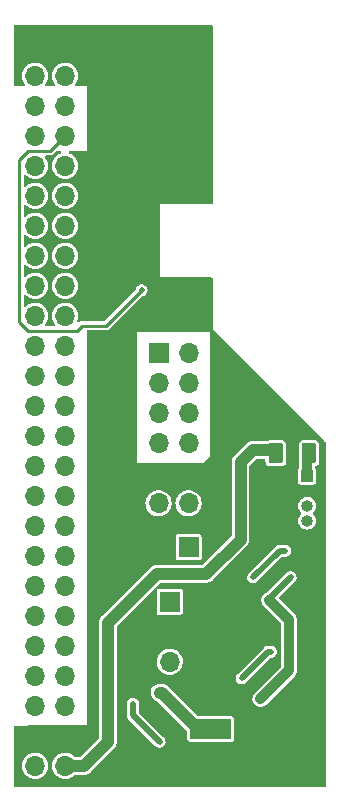
<source format=gbr>
%TF.GenerationSoftware,KiCad,Pcbnew,(6.0.4)*%
%TF.CreationDate,2023-05-26T00:59:56+09:00*%
%TF.ProjectId,BajieHeader,42616a69-6548-4656-9164-65722e6b6963,rev?*%
%TF.SameCoordinates,Original*%
%TF.FileFunction,Copper,L2,Bot*%
%TF.FilePolarity,Positive*%
%FSLAX46Y46*%
G04 Gerber Fmt 4.6, Leading zero omitted, Abs format (unit mm)*
G04 Created by KiCad (PCBNEW (6.0.4)) date 2023-05-26 00:59:56*
%MOMM*%
%LPD*%
G01*
G04 APERTURE LIST*
G04 Aperture macros list*
%AMRoundRect*
0 Rectangle with rounded corners*
0 $1 Rounding radius*
0 $2 $3 $4 $5 $6 $7 $8 $9 X,Y pos of 4 corners*
0 Add a 4 corners polygon primitive as box body*
4,1,4,$2,$3,$4,$5,$6,$7,$8,$9,$2,$3,0*
0 Add four circle primitives for the rounded corners*
1,1,$1+$1,$2,$3*
1,1,$1+$1,$4,$5*
1,1,$1+$1,$6,$7*
1,1,$1+$1,$8,$9*
0 Add four rect primitives between the rounded corners*
20,1,$1+$1,$2,$3,$4,$5,0*
20,1,$1+$1,$4,$5,$6,$7,0*
20,1,$1+$1,$6,$7,$8,$9,0*
20,1,$1+$1,$8,$9,$2,$3,0*%
G04 Aperture macros list end*
%TA.AperFunction,ComponentPad*%
%ADD10R,1.700000X1.700000*%
%TD*%
%TA.AperFunction,ComponentPad*%
%ADD11O,1.700000X1.700000*%
%TD*%
%TA.AperFunction,ComponentPad*%
%ADD12R,1.000000X1.000000*%
%TD*%
%TA.AperFunction,ComponentPad*%
%ADD13O,1.000000X1.000000*%
%TD*%
%TA.AperFunction,ComponentPad*%
%ADD14C,2.600000*%
%TD*%
%TA.AperFunction,ConnectorPad*%
%ADD15C,3.500000*%
%TD*%
%TA.AperFunction,SMDPad,CuDef*%
%ADD16RoundRect,0.250000X-0.375000X-0.625000X0.375000X-0.625000X0.375000X0.625000X-0.375000X0.625000X0*%
%TD*%
%TA.AperFunction,SMDPad,CuDef*%
%ADD17RoundRect,0.140000X0.219203X0.021213X0.021213X0.219203X-0.219203X-0.021213X-0.021213X-0.219203X0*%
%TD*%
%TA.AperFunction,SMDPad,CuDef*%
%ADD18RoundRect,0.225000X0.250000X-0.225000X0.250000X0.225000X-0.250000X0.225000X-0.250000X-0.225000X0*%
%TD*%
%TA.AperFunction,SMDPad,CuDef*%
%ADD19RoundRect,0.140000X-0.170000X0.140000X-0.170000X-0.140000X0.170000X-0.140000X0.170000X0.140000X0*%
%TD*%
%TA.AperFunction,ViaPad*%
%ADD20C,0.500000*%
%TD*%
%TA.AperFunction,ViaPad*%
%ADD21C,0.800000*%
%TD*%
%TA.AperFunction,Conductor*%
%ADD22C,0.500000*%
%TD*%
%TA.AperFunction,Conductor*%
%ADD23C,0.840000*%
%TD*%
%TA.AperFunction,Conductor*%
%ADD24C,1.000000*%
%TD*%
%TA.AperFunction,Conductor*%
%ADD25C,0.250000*%
%TD*%
G04 APERTURE END LIST*
D10*
%TO.P,J7,1,Pin_1*%
%TO.N,+6V*%
X90144600Y-104216200D03*
D11*
%TO.P,J7,2,Pin_2*%
%TO.N,GND*%
X90144600Y-106756200D03*
%TO.P,J7,3,Pin_3*%
%TO.N,+3V8*%
X90144600Y-109296200D03*
%TD*%
D12*
%TO.P,J6,1,Pin_1*%
%TO.N,Net-(F1-Pad2)*%
X101777800Y-93548200D03*
D13*
%TO.P,J6,2,Pin_2*%
%TO.N,GND*%
X101777800Y-94818200D03*
%TO.P,J6,3,Pin_3*%
%TO.N,Net-(J6-Pad3)*%
X101777800Y-96088200D03*
%TO.P,J6,4,Pin_4*%
%TO.N,Net-(J6-Pad4)*%
X101777800Y-97358200D03*
%TD*%
D14*
%TO.P,H2,1,1*%
%TO.N,GND*%
X99771200Y-117221000D03*
D15*
X99771200Y-117221000D03*
%TD*%
D10*
%TO.P,J1,1,Pin_1*%
%TO.N,GND*%
X78735000Y-57155000D03*
D11*
%TO.P,J1,2,Pin_2*%
X81275000Y-57155000D03*
%TO.P,J1,3,Pin_3*%
%TO.N,+2V5*%
X78735000Y-59695000D03*
%TO.P,J1,4,Pin_4*%
X81275000Y-59695000D03*
%TO.P,J1,5,Pin_5*%
%TO.N,/P20*%
X78735000Y-62235000D03*
%TO.P,J1,6,Pin_6*%
%TO.N,/N20*%
X81275000Y-62235000D03*
%TO.P,J1,7,Pin_7*%
%TO.N,/T19*%
X78735000Y-64775000D03*
%TO.P,J1,8,Pin_8*%
%TO.N,/R19*%
X81275000Y-64775000D03*
%TO.P,J1,9,Pin_9*%
%TO.N,/DB1N*%
X78735000Y-67315000D03*
%TO.P,J1,10,Pin_10*%
%TO.N,/DB1P*%
X81275000Y-67315000D03*
%TO.P,J1,11,Pin_11*%
%TO.N,/DB0N*%
X78735000Y-69855000D03*
%TO.P,J1,12,Pin_12*%
%TO.N,/DB0P*%
X81275000Y-69855000D03*
%TO.P,J1,13,Pin_13*%
%TO.N,/FCLKN*%
X78735000Y-72395000D03*
%TO.P,J1,14,Pin_14*%
%TO.N,/FCLKP*%
X81275000Y-72395000D03*
%TO.P,J1,15,Pin_15*%
%TO.N,/DCLKP*%
X78735000Y-74935000D03*
%TO.P,J1,16,Pin_16*%
%TO.N,/DCLKN*%
X81275000Y-74935000D03*
%TO.P,J1,17,Pin_17*%
%TO.N,/DA1P*%
X78735000Y-77475000D03*
%TO.P,J1,18,Pin_18*%
%TO.N,/DA1N*%
X81275000Y-77475000D03*
%TO.P,J1,19,Pin_19*%
%TO.N,/DA0P*%
X78735000Y-80015000D03*
%TO.P,J1,20,Pin_20*%
%TO.N,/DA0N*%
X81275000Y-80015000D03*
%TO.P,J1,21,Pin_21*%
%TO.N,/U18*%
X78735000Y-82555000D03*
%TO.P,J1,22,Pin_22*%
%TO.N,/U19*%
X81275000Y-82555000D03*
%TO.P,J1,23,Pin_23*%
%TO.N,/W18*%
X78735000Y-85095000D03*
%TO.P,J1,24,Pin_24*%
%TO.N,/W19*%
X81275000Y-85095000D03*
%TO.P,J1,25,Pin_25*%
%TO.N,/V17*%
X78735000Y-87635000D03*
%TO.P,J1,26,Pin_26*%
%TO.N,/V18*%
X81275000Y-87635000D03*
%TO.P,J1,27,Pin_27*%
%TO.N,/V16*%
X78735000Y-90175000D03*
%TO.P,J1,28,Pin_28*%
%TO.N,/W16*%
X81275000Y-90175000D03*
%TO.P,J1,29,Pin_29*%
%TO.N,/V15*%
X78735000Y-92715000D03*
%TO.P,J1,30,Pin_30*%
%TO.N,/W15*%
X81275000Y-92715000D03*
%TO.P,J1,31,Pin_31*%
%TO.N,/Y18*%
X78735000Y-95255000D03*
%TO.P,J1,32,Pin_32*%
%TO.N,/Y19*%
X81275000Y-95255000D03*
%TO.P,J1,33,Pin_33*%
%TO.N,/Y16*%
X78735000Y-97795000D03*
%TO.P,J1,34,Pin_34*%
%TO.N,/Y17*%
X81275000Y-97795000D03*
%TO.P,J1,35,Pin_35*%
%TO.N,/W14*%
X78735000Y-100335000D03*
%TO.P,J1,36,Pin_36*%
%TO.N,/Y14*%
X81275000Y-100335000D03*
%TO.P,J1,37,Pin_37*%
%TO.N,/T14*%
X78735000Y-102875000D03*
%TO.P,J1,38,Pin_38*%
%TO.N,/T15*%
X81275000Y-102875000D03*
%TO.P,J1,39,Pin_39*%
%TO.N,/P14*%
X78735000Y-105415000D03*
%TO.P,J1,40,Pin_40*%
%TO.N,/U14*%
X81275000Y-105415000D03*
%TO.P,J1,41,Pin_41*%
%TO.N,/V12*%
X78735000Y-107955000D03*
%TO.P,J1,42,Pin_42*%
%TO.N,/W13*%
X81275000Y-107955000D03*
%TO.P,J1,43,Pin_43*%
%TO.N,/T12*%
X78735000Y-110495000D03*
%TO.P,J1,44,Pin_44*%
%TO.N,/U12*%
X81275000Y-110495000D03*
%TO.P,J1,45,Pin_45*%
%TO.N,/T10*%
X78735000Y-113035000D03*
%TO.P,J1,46,Pin_46*%
%TO.N,/T11*%
X81275000Y-113035000D03*
%TO.P,J1,47,Pin_47*%
%TO.N,GND*%
X78735000Y-115575000D03*
%TO.P,J1,48,Pin_48*%
X81275000Y-115575000D03*
%TO.P,J1,49,Pin_49*%
%TO.N,+5V*%
X78735000Y-118115000D03*
%TO.P,J1,50,Pin_50*%
X81275000Y-118115000D03*
%TD*%
D10*
%TO.P,J3,1,Pin_1*%
%TO.N,/F19*%
X89199800Y-83185000D03*
D11*
%TO.P,J3,2,Pin_2*%
%TO.N,/F20*%
X91739800Y-83185000D03*
%TO.P,J3,3,Pin_3*%
%TO.N,/CAN_R*%
X89199800Y-85725000D03*
%TO.P,J3,4,Pin_4*%
%TO.N,/CAN_T*%
X91739800Y-85725000D03*
%TO.P,J3,5,Pin_5*%
%TO.N,/H18*%
X89199800Y-88265000D03*
%TO.P,J3,6,Pin_6*%
%TO.N,/H20*%
X91739800Y-88265000D03*
%TO.P,J3,7,Pin_7*%
%TO.N,/J19*%
X89199800Y-90805000D03*
%TO.P,J3,8,Pin_8*%
%TO.N,/J20*%
X91739800Y-90805000D03*
%TO.P,J3,9,Pin_9*%
%TO.N,GND*%
X89199800Y-93345000D03*
%TO.P,J3,10,Pin_10*%
X91739800Y-93345000D03*
%TO.P,J3,11,Pin_11*%
%TO.N,+3V3*%
X89199800Y-95885000D03*
%TO.P,J3,12,Pin_12*%
X91739800Y-95885000D03*
%TD*%
D15*
%TO.P,H1,1,1*%
%TO.N,GND*%
X89433400Y-58902600D03*
D14*
X89433400Y-58902600D03*
%TD*%
D10*
%TO.P,J5,1,Pin_1*%
%TO.N,+3V3*%
X91744800Y-99618800D03*
D11*
%TO.P,J5,2,Pin_2*%
%TO.N,GND*%
X89204800Y-99618800D03*
%TD*%
D10*
%TO.P,J4,1,Pin_1*%
%TO.N,+12V*%
X94462600Y-115011200D03*
D11*
%TO.P,J4,2,Pin_2*%
%TO.N,GND*%
X94462600Y-117551200D03*
%TD*%
D16*
%TO.P,F1,1*%
%TO.N,+5V*%
X99133200Y-91643200D03*
%TO.P,F1,2*%
%TO.N,Net-(F1-Pad2)*%
X101933200Y-91643200D03*
%TD*%
D17*
%TO.P,C1,1*%
%TO.N,+5V*%
X84057811Y-116671411D03*
%TO.P,C1,2*%
%TO.N,GND*%
X83378989Y-115992589D03*
%TD*%
D18*
%TO.P,C2,1*%
%TO.N,GND*%
X92329000Y-116929200D03*
%TO.P,C2,2*%
%TO.N,+12V*%
X92329000Y-115379200D03*
%TD*%
D19*
%TO.P,C13,1*%
%TO.N,+5V*%
X97713800Y-91493400D03*
%TO.P,C13,2*%
%TO.N,GND*%
X97713800Y-92453400D03*
%TD*%
D20*
%TO.N,GND*%
X97942400Y-99999800D03*
X96672400Y-99923600D03*
X100533200Y-104521000D03*
X99441000Y-101295200D03*
D21*
%TO.N,+12V*%
X98577400Y-104089200D03*
X97815400Y-112445800D03*
D20*
X100380800Y-102158800D03*
%TO.N,Net-(C15-Pad1)*%
X99923600Y-99898200D03*
X97205800Y-102158800D03*
%TO.N,GND*%
X97459800Y-92532200D03*
X93548200Y-70281800D03*
X83362800Y-81483200D03*
X85902800Y-110337600D03*
X91694000Y-69392800D03*
X91871800Y-117373400D03*
X89433400Y-70307200D03*
X85191600Y-117246400D03*
X95072200Y-106400600D03*
X91846400Y-102870000D03*
X96951800Y-90322400D03*
X91694000Y-80086200D03*
X84505800Y-80213200D03*
X95072200Y-108102400D03*
X88595200Y-67081400D03*
X85902800Y-111912400D03*
X86512400Y-117246400D03*
X84455000Y-65049400D03*
X85902800Y-116001800D03*
X96951800Y-108915200D03*
X87604600Y-115468400D03*
X100076000Y-89738200D03*
X91795600Y-112090200D03*
X89484200Y-102870000D03*
X91694000Y-67081400D03*
X89433400Y-77012800D03*
X95783400Y-107238800D03*
X96647000Y-106400600D03*
X88595200Y-78562200D03*
X99415600Y-113258600D03*
X91694000Y-77927200D03*
X94615000Y-87757000D03*
X97434400Y-94386400D03*
X88341200Y-113614200D03*
X93548200Y-77012800D03*
X88646000Y-69240400D03*
X100126800Y-114020600D03*
X98602800Y-109778800D03*
X86461600Y-114376200D03*
X91262200Y-115849400D03*
X88595200Y-80086200D03*
%TO.N,/R19*%
X87757000Y-77851000D03*
D21*
%TO.N,+5V*%
X98729800Y-91389200D03*
D20*
%TO.N,Net-(C6-Pad1)*%
X87020401Y-112854199D03*
X89281000Y-116075299D03*
%TO.N,Net-(C7-Pad1)*%
X96240600Y-110718600D03*
X98704400Y-108458000D03*
%TO.N,+12V*%
X89281000Y-111937800D03*
X99542600Y-110718600D03*
%TD*%
D22*
%TO.N,+12V*%
X98577400Y-103962200D02*
X98577400Y-104089200D01*
X100380800Y-102158800D02*
X98577400Y-103962200D01*
%TO.N,Net-(C7-Pad1)*%
X98501200Y-108458000D02*
X96240600Y-110718600D01*
X98704400Y-108458000D02*
X98501200Y-108458000D01*
D23*
%TO.N,+12V*%
X97815400Y-112445800D02*
X99542600Y-110718600D01*
X100253800Y-110007400D02*
X99542600Y-110718600D01*
X100253800Y-105765600D02*
X100253800Y-110007400D01*
X98577400Y-104089200D02*
X100253800Y-105765600D01*
D22*
%TO.N,Net-(C15-Pad1)*%
X99923600Y-99898200D02*
X99466400Y-99898200D01*
X99466400Y-99898200D02*
X97205800Y-102158800D01*
D23*
%TO.N,+5V*%
X98879200Y-91389200D02*
X99133200Y-91643200D01*
X98729800Y-91389200D02*
X98879200Y-91389200D01*
%TO.N,Net-(F1-Pad2)*%
X101777800Y-93548200D02*
X101777800Y-91798600D01*
X101777800Y-91798600D02*
X101933200Y-91643200D01*
D24*
%TO.N,+5V*%
X97155000Y-91389200D02*
X98729800Y-91389200D01*
X96139000Y-92405200D02*
X97155000Y-91389200D01*
X93243400Y-101854000D02*
X96139000Y-98958400D01*
X84886800Y-106019600D02*
X89052400Y-101854000D01*
X84886800Y-116128800D02*
X84886800Y-106019600D01*
X89052400Y-101854000D02*
X93243400Y-101854000D01*
X82900600Y-118115000D02*
X84886800Y-116128800D01*
X96139000Y-98958400D02*
X96139000Y-92405200D01*
X81275000Y-118115000D02*
X82900600Y-118115000D01*
D25*
%TO.N,/R19*%
X77393800Y-66827400D02*
X78181200Y-66040000D01*
X82702400Y-80848200D02*
X82270600Y-81280000D01*
X77393800Y-80543400D02*
X77393800Y-66827400D01*
X80010000Y-66040000D02*
X81275000Y-64775000D01*
X82270600Y-81280000D02*
X78130400Y-81280000D01*
X87757000Y-77851000D02*
X84759800Y-80848200D01*
X78181200Y-66040000D02*
X80010000Y-66040000D01*
X78130400Y-81280000D02*
X77393800Y-80543400D01*
X84759800Y-80848200D02*
X82702400Y-80848200D01*
D22*
%TO.N,Net-(C6-Pad1)*%
X89281000Y-116075299D02*
X87020401Y-113814700D01*
X87020401Y-113814700D02*
X87020401Y-112854199D01*
D24*
%TO.N,+12V*%
X89458800Y-111937800D02*
X92532200Y-115011200D01*
X89281000Y-111937800D02*
X89458800Y-111937800D01*
X92532200Y-115011200D02*
X94462600Y-115011200D01*
%TD*%
%TA.AperFunction,Conductor*%
%TO.N,GND*%
G36*
X93743821Y-55392502D02*
G01*
X93790314Y-55446158D01*
X93801700Y-55498500D01*
X93801700Y-70435200D01*
X93781698Y-70503321D01*
X93728042Y-70549814D01*
X93675700Y-70561200D01*
X89281000Y-70561200D01*
X89281000Y-76758800D01*
X93675700Y-76758800D01*
X93743821Y-76778802D01*
X93790314Y-76832458D01*
X93801700Y-76884800D01*
X93801700Y-80988275D01*
X93799246Y-81013019D01*
X93796715Y-81025656D01*
X93801700Y-81050893D01*
X93801700Y-81051067D01*
X93801798Y-81051561D01*
X93801799Y-81051566D01*
X93806606Y-81075734D01*
X93806639Y-81075897D01*
X93813892Y-81112614D01*
X93816335Y-81124984D01*
X93816432Y-81125129D01*
X93816466Y-81125301D01*
X93823380Y-81135648D01*
X93823381Y-81135651D01*
X93844417Y-81167132D01*
X93844509Y-81167271D01*
X93858024Y-81187555D01*
X93858302Y-81187972D01*
X93858423Y-81188093D01*
X93872716Y-81209484D01*
X93883032Y-81216377D01*
X93883436Y-81216647D01*
X93902647Y-81232434D01*
X103310235Y-90664976D01*
X103340713Y-90695535D01*
X103374656Y-90757892D01*
X103377500Y-90784512D01*
X103377500Y-119761500D01*
X103357498Y-119829621D01*
X103303842Y-119876114D01*
X103251500Y-119887500D01*
X77088500Y-119887500D01*
X77020379Y-119867498D01*
X76973886Y-119813842D01*
X76962500Y-119761500D01*
X76962500Y-118085964D01*
X77626148Y-118085964D01*
X77639424Y-118288522D01*
X77640845Y-118294118D01*
X77640846Y-118294123D01*
X77661119Y-118373945D01*
X77689392Y-118485269D01*
X77691809Y-118490512D01*
X77729010Y-118571208D01*
X77774377Y-118669616D01*
X77794271Y-118697766D01*
X77887358Y-118829481D01*
X77891533Y-118835389D01*
X77895675Y-118839424D01*
X77931347Y-118874174D01*
X78036938Y-118977035D01*
X78205720Y-119089812D01*
X78211023Y-119092090D01*
X78211026Y-119092092D01*
X78299707Y-119130192D01*
X78392228Y-119169942D01*
X78465244Y-119186464D01*
X78584579Y-119213467D01*
X78584584Y-119213468D01*
X78590216Y-119214742D01*
X78595987Y-119214969D01*
X78595989Y-119214969D01*
X78655756Y-119217317D01*
X78793053Y-119222712D01*
X78893499Y-119208148D01*
X78988231Y-119194413D01*
X78988236Y-119194412D01*
X78993945Y-119193584D01*
X78999409Y-119191729D01*
X78999414Y-119191728D01*
X79180693Y-119130192D01*
X79180698Y-119130190D01*
X79186165Y-119128334D01*
X79363276Y-119029147D01*
X79425934Y-118977035D01*
X79514913Y-118903031D01*
X79519345Y-118899345D01*
X79602471Y-118799398D01*
X79645453Y-118747718D01*
X79645455Y-118747715D01*
X79649147Y-118743276D01*
X79748334Y-118566165D01*
X79750190Y-118560698D01*
X79750192Y-118560693D01*
X79811728Y-118379414D01*
X79811729Y-118379409D01*
X79813584Y-118373945D01*
X79814412Y-118368236D01*
X79814413Y-118368231D01*
X79842179Y-118176727D01*
X79842712Y-118173053D01*
X79844232Y-118115000D01*
X79841564Y-118085964D01*
X80166148Y-118085964D01*
X80179424Y-118288522D01*
X80180845Y-118294118D01*
X80180846Y-118294123D01*
X80201119Y-118373945D01*
X80229392Y-118485269D01*
X80231809Y-118490512D01*
X80269010Y-118571208D01*
X80314377Y-118669616D01*
X80334271Y-118697766D01*
X80427358Y-118829481D01*
X80431533Y-118835389D01*
X80435675Y-118839424D01*
X80471347Y-118874174D01*
X80576938Y-118977035D01*
X80745720Y-119089812D01*
X80751023Y-119092090D01*
X80751026Y-119092092D01*
X80839707Y-119130192D01*
X80932228Y-119169942D01*
X81005244Y-119186464D01*
X81124579Y-119213467D01*
X81124584Y-119213468D01*
X81130216Y-119214742D01*
X81135987Y-119214969D01*
X81135989Y-119214969D01*
X81195756Y-119217317D01*
X81333053Y-119222712D01*
X81433499Y-119208148D01*
X81528231Y-119194413D01*
X81528236Y-119194412D01*
X81533945Y-119193584D01*
X81539409Y-119191729D01*
X81539414Y-119191728D01*
X81720693Y-119130192D01*
X81720698Y-119130190D01*
X81726165Y-119128334D01*
X81903276Y-119029147D01*
X81965934Y-118977035D01*
X82059345Y-118899345D01*
X82060945Y-118901269D01*
X82113851Y-118872379D01*
X82140634Y-118869500D01*
X82833835Y-118869500D01*
X82852785Y-118870933D01*
X82866855Y-118873074D01*
X82866859Y-118873074D01*
X82874089Y-118874174D01*
X82881380Y-118873581D01*
X82881383Y-118873581D01*
X82926448Y-118869915D01*
X82936663Y-118869500D01*
X82944653Y-118869500D01*
X82951902Y-118868655D01*
X82972713Y-118866229D01*
X82977087Y-118865796D01*
X83042149Y-118860504D01*
X83042152Y-118860503D01*
X83049447Y-118859910D01*
X83056409Y-118857655D01*
X83062277Y-118856482D01*
X83068084Y-118855110D01*
X83075354Y-118854262D01*
X83143660Y-118829468D01*
X83147763Y-118828060D01*
X83216822Y-118805688D01*
X83223079Y-118801891D01*
X83228526Y-118799398D01*
X83233854Y-118796730D01*
X83240734Y-118794232D01*
X83301449Y-118754426D01*
X83305159Y-118752085D01*
X83362438Y-118717327D01*
X83362440Y-118717325D01*
X83367233Y-118714417D01*
X83375574Y-118707051D01*
X83375596Y-118707076D01*
X83378641Y-118704376D01*
X83381746Y-118701780D01*
X83387868Y-118697766D01*
X83440816Y-118641873D01*
X83443193Y-118639432D01*
X85373101Y-116709523D01*
X85387512Y-116697138D01*
X85404871Y-116684363D01*
X85438889Y-116644321D01*
X85445819Y-116636805D01*
X85451462Y-116631162D01*
X85468994Y-116609002D01*
X85471770Y-116605616D01*
X85490299Y-116583807D01*
X85518782Y-116550280D01*
X85522111Y-116543760D01*
X85525431Y-116538782D01*
X85528564Y-116533709D01*
X85533107Y-116527967D01*
X85563853Y-116462183D01*
X85565784Y-116458233D01*
X85595464Y-116400107D01*
X85598793Y-116393588D01*
X85600533Y-116386478D01*
X85602623Y-116380858D01*
X85604503Y-116375207D01*
X85607601Y-116368578D01*
X85622387Y-116297486D01*
X85623356Y-116293205D01*
X85630266Y-116264969D01*
X85640611Y-116222692D01*
X85641300Y-116211586D01*
X85641334Y-116211588D01*
X85641577Y-116207529D01*
X85641937Y-116203495D01*
X85643428Y-116196327D01*
X85641346Y-116119385D01*
X85641300Y-116115977D01*
X85641300Y-112847972D01*
X86510751Y-112847972D01*
X86511915Y-112856874D01*
X86511915Y-112856877D01*
X86514837Y-112879218D01*
X86515901Y-112895556D01*
X86515901Y-113744076D01*
X86514560Y-113756081D01*
X86515056Y-113756121D01*
X86514336Y-113765068D01*
X86512355Y-113773824D01*
X86512911Y-113782784D01*
X86515659Y-113827082D01*
X86515901Y-113834884D01*
X86515901Y-113850926D01*
X86516536Y-113855357D01*
X86516536Y-113855362D01*
X86517366Y-113861153D01*
X86518397Y-113871214D01*
X86521303Y-113918059D01*
X86524350Y-113926499D01*
X86525031Y-113929789D01*
X86528983Y-113945638D01*
X86529928Y-113948868D01*
X86531200Y-113957752D01*
X86534915Y-113965923D01*
X86550619Y-114000463D01*
X86554431Y-114009828D01*
X86567323Y-114045537D01*
X86567325Y-114045540D01*
X86570373Y-114053984D01*
X86575669Y-114061233D01*
X86577241Y-114064190D01*
X86585494Y-114078314D01*
X86587299Y-114081137D01*
X86591013Y-114089305D01*
X86611934Y-114113584D01*
X86621644Y-114124853D01*
X86627926Y-114132764D01*
X86635874Y-114143644D01*
X86646736Y-114154506D01*
X86653094Y-114161352D01*
X86685345Y-114198782D01*
X86692880Y-114203666D01*
X86699452Y-114209399D01*
X86710856Y-114218626D01*
X88904654Y-116412424D01*
X88912010Y-116420443D01*
X88935502Y-116448391D01*
X88935505Y-116448394D01*
X88941276Y-116455259D01*
X88948744Y-116460231D01*
X88948745Y-116460231D01*
X88986770Y-116485543D01*
X88992514Y-116489603D01*
X89036236Y-116522370D01*
X89044643Y-116525521D01*
X89049291Y-116528066D01*
X89054097Y-116530358D01*
X89061574Y-116535336D01*
X89113743Y-116551635D01*
X89120372Y-116553910D01*
X89171552Y-116573097D01*
X89180506Y-116573762D01*
X89185700Y-116574904D01*
X89190939Y-116575753D01*
X89199510Y-116578431D01*
X89208484Y-116578595D01*
X89208487Y-116578596D01*
X89233738Y-116579058D01*
X89254156Y-116579433D01*
X89261174Y-116579758D01*
X89306714Y-116583143D01*
X89306723Y-116583142D01*
X89315667Y-116583807D01*
X89324444Y-116581934D01*
X89329732Y-116581573D01*
X89335017Y-116580915D01*
X89343998Y-116581079D01*
X89352661Y-116578717D01*
X89352663Y-116578717D01*
X89396712Y-116566708D01*
X89403548Y-116565047D01*
X89406700Y-116564374D01*
X89456994Y-116553638D01*
X89464895Y-116549375D01*
X89469887Y-116547538D01*
X89474760Y-116545429D01*
X89483422Y-116543068D01*
X89507855Y-116528066D01*
X89529989Y-116514476D01*
X89536084Y-116510965D01*
X89576271Y-116489281D01*
X89576275Y-116489278D01*
X89584174Y-116485016D01*
X89590558Y-116478709D01*
X89594815Y-116475559D01*
X89598920Y-116472151D01*
X89606572Y-116467453D01*
X89612598Y-116460795D01*
X89612601Y-116460793D01*
X89643241Y-116426943D01*
X89648106Y-116421860D01*
X89680596Y-116389765D01*
X89680598Y-116389763D01*
X89686982Y-116383456D01*
X89691341Y-116375610D01*
X89694552Y-116371379D01*
X89697526Y-116366970D01*
X89703551Y-116360313D01*
X89727374Y-116311142D01*
X89730614Y-116304904D01*
X89752796Y-116264969D01*
X89757153Y-116257125D01*
X89759133Y-116248374D01*
X89761033Y-116243399D01*
X89762650Y-116238331D01*
X89766560Y-116230261D01*
X89775630Y-116176351D01*
X89776986Y-116169477D01*
X89789046Y-116116176D01*
X89788490Y-116107216D01*
X89789179Y-116098653D01*
X89789334Y-116097405D01*
X89789294Y-116097401D01*
X89789729Y-116092547D01*
X89790536Y-116087752D01*
X89790688Y-116075299D01*
X89787291Y-116051577D01*
X89784035Y-116028842D01*
X89783004Y-116018782D01*
X89780654Y-115980900D01*
X89780654Y-115980898D01*
X89780098Y-115971941D01*
X89777051Y-115963500D01*
X89776372Y-115960222D01*
X89772416Y-115944354D01*
X89771473Y-115941130D01*
X89770201Y-115932247D01*
X89766487Y-115924078D01*
X89766485Y-115924072D01*
X89750775Y-115889520D01*
X89746961Y-115880151D01*
X89738853Y-115857691D01*
X89731028Y-115836015D01*
X89725731Y-115828765D01*
X89724154Y-115825798D01*
X89715907Y-115811685D01*
X89714102Y-115808862D01*
X89710388Y-115800694D01*
X89679753Y-115765141D01*
X89673475Y-115757235D01*
X89665527Y-115746355D01*
X89654665Y-115735493D01*
X89648307Y-115728646D01*
X89621915Y-115698017D01*
X89616056Y-115691217D01*
X89608521Y-115686333D01*
X89601949Y-115680600D01*
X89590545Y-115671373D01*
X87561806Y-113642634D01*
X87527780Y-113580322D01*
X87524901Y-113553539D01*
X87524901Y-112907112D01*
X87526647Y-112886207D01*
X87529130Y-112871446D01*
X87529937Y-112866652D01*
X87530089Y-112854199D01*
X87509602Y-112711147D01*
X87449789Y-112579594D01*
X87443931Y-112572795D01*
X87443928Y-112572791D01*
X87361317Y-112476917D01*
X87361314Y-112476915D01*
X87355457Y-112470117D01*
X87294824Y-112430817D01*
X87241725Y-112396399D01*
X87241723Y-112396398D01*
X87234191Y-112391516D01*
X87217322Y-112386471D01*
X87104339Y-112352681D01*
X87104337Y-112352681D01*
X87095738Y-112350109D01*
X87086764Y-112350054D01*
X87086762Y-112350054D01*
X87023483Y-112349668D01*
X86951228Y-112349227D01*
X86942597Y-112351694D01*
X86942595Y-112351694D01*
X86820910Y-112386471D01*
X86820906Y-112386473D01*
X86812280Y-112388938D01*
X86804693Y-112393725D01*
X86804691Y-112393726D01*
X86697655Y-112461261D01*
X86690062Y-112466052D01*
X86594400Y-112574369D01*
X86590586Y-112582492D01*
X86590585Y-112582494D01*
X86564766Y-112637487D01*
X86532984Y-112705181D01*
X86531604Y-112714045D01*
X86531603Y-112714048D01*
X86517539Y-112804378D01*
X86510751Y-112847972D01*
X85641300Y-112847972D01*
X85641300Y-111978880D01*
X88522476Y-111978880D01*
X88523716Y-111986096D01*
X88523716Y-111986098D01*
X88549751Y-112137612D01*
X88552271Y-112152277D01*
X88621156Y-112314168D01*
X88725437Y-112455871D01*
X88859520Y-112569782D01*
X88903034Y-112592001D01*
X89009695Y-112646466D01*
X89009700Y-112646468D01*
X89016212Y-112649793D01*
X89023318Y-112651532D01*
X89023321Y-112651533D01*
X89074629Y-112664088D01*
X89097906Y-112669783D01*
X89157052Y-112703077D01*
X91549995Y-115096019D01*
X91584020Y-115158331D01*
X91586900Y-115185114D01*
X91586900Y-115723400D01*
X91587260Y-115726746D01*
X91587260Y-115726751D01*
X91590976Y-115761310D01*
X91592830Y-115778559D01*
X91604216Y-115830901D01*
X91604661Y-115832523D01*
X91604662Y-115832527D01*
X91609480Y-115850088D01*
X91611566Y-115857691D01*
X91615467Y-115864542D01*
X91615468Y-115864544D01*
X91649366Y-115924072D01*
X91661669Y-115945678D01*
X91708162Y-115999334D01*
X91741451Y-116031456D01*
X91831170Y-116078387D01*
X91837106Y-116080130D01*
X91894968Y-116097120D01*
X91894972Y-116097121D01*
X91899291Y-116098389D01*
X91903739Y-116099029D01*
X91903746Y-116099030D01*
X91967952Y-116108261D01*
X91967959Y-116108261D01*
X91972400Y-116108900D01*
X93540937Y-116108900D01*
X93565518Y-116111321D01*
X93587533Y-116115700D01*
X94462458Y-116115700D01*
X95337666Y-116115699D01*
X95375063Y-116108261D01*
X95399726Y-116103356D01*
X95399728Y-116103355D01*
X95411901Y-116100934D01*
X95422221Y-116094039D01*
X95422222Y-116094038D01*
X95485768Y-116051577D01*
X95496084Y-116044684D01*
X95552334Y-115960501D01*
X95567100Y-115886267D01*
X95567099Y-114136134D01*
X95552334Y-114061899D01*
X95496084Y-113977716D01*
X95453328Y-113949147D01*
X95422220Y-113928361D01*
X95411901Y-113921466D01*
X95337667Y-113906700D01*
X94462742Y-113906700D01*
X93587534Y-113906701D01*
X93568061Y-113910574D01*
X93565522Y-113911079D01*
X93540943Y-113913500D01*
X92553714Y-113913500D01*
X92485593Y-113893498D01*
X92464619Y-113876595D01*
X90991161Y-112403137D01*
X97137287Y-112403137D01*
X97146684Y-112566121D01*
X97148918Y-112573382D01*
X97148918Y-112573383D01*
X97164782Y-112624949D01*
X97194688Y-112722159D01*
X97278526Y-112862242D01*
X97283863Y-112867635D01*
X97283866Y-112867639D01*
X97337019Y-112921351D01*
X97393359Y-112978284D01*
X97532557Y-113063584D01*
X97615392Y-113090020D01*
X97680844Y-113110909D01*
X97680846Y-113110909D01*
X97688083Y-113113219D01*
X97695663Y-113113736D01*
X97695664Y-113113736D01*
X97843384Y-113123807D01*
X97843388Y-113123807D01*
X97850960Y-113124323D01*
X97858437Y-113123018D01*
X97858439Y-113123018D01*
X98004306Y-113097560D01*
X98011783Y-113096255D01*
X98018729Y-113093206D01*
X98018732Y-113093205D01*
X98095250Y-113059616D01*
X98161271Y-113030635D01*
X98260903Y-112954184D01*
X100711125Y-110503962D01*
X100717391Y-110498108D01*
X100753006Y-110467039D01*
X100758733Y-110462043D01*
X100793615Y-110412410D01*
X100797541Y-110407124D01*
X100830294Y-110365353D01*
X100830295Y-110365351D01*
X100834981Y-110359375D01*
X100838106Y-110352454D01*
X100841158Y-110347415D01*
X100845469Y-110339855D01*
X100848239Y-110334690D01*
X100852605Y-110328477D01*
X100855362Y-110321406D01*
X100855364Y-110321402D01*
X100874638Y-110271965D01*
X100877195Y-110265882D01*
X100899034Y-110217514D01*
X100902163Y-110210585D01*
X100903548Y-110203109D01*
X100905312Y-110197482D01*
X100907681Y-110189165D01*
X100909148Y-110183452D01*
X100911908Y-110176373D01*
X100913874Y-110161445D01*
X100919826Y-110116231D01*
X100920858Y-110109715D01*
X100923125Y-110097487D01*
X100931914Y-110050063D01*
X100930217Y-110020624D01*
X100928509Y-109991013D01*
X100928300Y-109983760D01*
X100928300Y-105793338D01*
X100928592Y-105784768D01*
X100931807Y-105737616D01*
X100931807Y-105737612D01*
X100932323Y-105730040D01*
X100921889Y-105670258D01*
X100920927Y-105663736D01*
X100913641Y-105603527D01*
X100910956Y-105596421D01*
X100909558Y-105590728D01*
X100907253Y-105582303D01*
X100905561Y-105576699D01*
X100904255Y-105569217D01*
X100879865Y-105513655D01*
X100877384Y-105507575D01*
X100858621Y-105457920D01*
X100858621Y-105457919D01*
X100855935Y-105450812D01*
X100851629Y-105444547D01*
X100848891Y-105439310D01*
X100844682Y-105431748D01*
X100841688Y-105426686D01*
X100838635Y-105419730D01*
X100834013Y-105413706D01*
X100834009Y-105413700D01*
X100801694Y-105371587D01*
X100797816Y-105366250D01*
X100767768Y-105322529D01*
X100763466Y-105316269D01*
X100757795Y-105311217D01*
X100757793Y-105311214D01*
X100719305Y-105276923D01*
X100714029Y-105271942D01*
X99436674Y-103994587D01*
X99402648Y-103932275D01*
X99407713Y-103861460D01*
X99436674Y-103816397D01*
X100686923Y-102566148D01*
X100695534Y-102558298D01*
X100698724Y-102555650D01*
X100706372Y-102550954D01*
X100744893Y-102508397D01*
X100749213Y-102503858D01*
X100763151Y-102489920D01*
X100765842Y-102486330D01*
X100767043Y-102484728D01*
X100774448Y-102475746D01*
X100796490Y-102451394D01*
X100803351Y-102443814D01*
X100807266Y-102435734D01*
X100808388Y-102433419D01*
X100820948Y-102412802D01*
X100822488Y-102410747D01*
X100822489Y-102410745D01*
X100827871Y-102403564D01*
X100842995Y-102363219D01*
X100847572Y-102352541D01*
X100866360Y-102313762D01*
X100868275Y-102302382D01*
X100874548Y-102279052D01*
X100875448Y-102276653D01*
X100875449Y-102276648D01*
X100878598Y-102268248D01*
X100881790Y-102225294D01*
X100883190Y-102213727D01*
X100885122Y-102202244D01*
X100890336Y-102171253D01*
X100890488Y-102158800D01*
X100889799Y-102153986D01*
X100889482Y-102149129D01*
X100889753Y-102149111D01*
X100889511Y-102142024D01*
X100889254Y-102142042D01*
X100888643Y-102133080D01*
X100889308Y-102124133D01*
X100883335Y-102096149D01*
X100878702Y-102074448D01*
X100877199Y-102066007D01*
X100871274Y-102024636D01*
X100871274Y-102024635D01*
X100870001Y-102015748D01*
X100866287Y-102007578D01*
X100863919Y-101999480D01*
X100861013Y-101991581D01*
X100859139Y-101982806D01*
X100835015Y-101938096D01*
X100831210Y-101930431D01*
X100810188Y-101884195D01*
X100804328Y-101877394D01*
X100799783Y-101870287D01*
X100794779Y-101863525D01*
X100790517Y-101855626D01*
X100754822Y-101819492D01*
X100749018Y-101813204D01*
X100715856Y-101774718D01*
X100708325Y-101769836D01*
X100701963Y-101764287D01*
X100695263Y-101759201D01*
X100688957Y-101752818D01*
X100644549Y-101728152D01*
X100637200Y-101723736D01*
X100602120Y-101700998D01*
X100594590Y-101696117D01*
X100585988Y-101693544D01*
X100578326Y-101690004D01*
X100570473Y-101687005D01*
X100562626Y-101682647D01*
X100513086Y-101671437D01*
X100504794Y-101669261D01*
X100464739Y-101657282D01*
X100464735Y-101657281D01*
X100456137Y-101654710D01*
X100447164Y-101654655D01*
X100438837Y-101653411D01*
X100430434Y-101652735D01*
X100421677Y-101650753D01*
X100370983Y-101653898D01*
X100362420Y-101654138D01*
X100311627Y-101653828D01*
X100302995Y-101656295D01*
X100294661Y-101657437D01*
X100286408Y-101659146D01*
X100277442Y-101659702D01*
X100229665Y-101676950D01*
X100221510Y-101679583D01*
X100181309Y-101691072D01*
X100181306Y-101691073D01*
X100172679Y-101693539D01*
X100165088Y-101698328D01*
X100157414Y-101701761D01*
X100149965Y-101705722D01*
X100141516Y-101708772D01*
X100134266Y-101714069D01*
X100134265Y-101714069D01*
X100100504Y-101738733D01*
X100093413Y-101743552D01*
X100067274Y-101760045D01*
X100050461Y-101770653D01*
X100021395Y-101803564D01*
X100015129Y-101810659D01*
X100009783Y-101816346D01*
X98404924Y-103421205D01*
X98352879Y-103452540D01*
X98308301Y-103466254D01*
X98308297Y-103466256D01*
X98301041Y-103468488D01*
X98160958Y-103552326D01*
X98155565Y-103557663D01*
X98155561Y-103557666D01*
X98101849Y-103610819D01*
X98044916Y-103667159D01*
X97959616Y-103806357D01*
X97957307Y-103813593D01*
X97912630Y-103953584D01*
X97909981Y-103961883D01*
X97898877Y-104124760D01*
X97926945Y-104285583D01*
X97929994Y-104292529D01*
X97929995Y-104292532D01*
X97952397Y-104343564D01*
X97992565Y-104435071D01*
X98069016Y-104534703D01*
X99542395Y-106008082D01*
X99576421Y-106070394D01*
X99579300Y-106097177D01*
X99579300Y-109675823D01*
X99559298Y-109743944D01*
X99542395Y-109764918D01*
X97309509Y-111997804D01*
X97307167Y-112000791D01*
X97307166Y-112000792D01*
X97271196Y-112046667D01*
X97234219Y-112093825D01*
X97231095Y-112100743D01*
X97231093Y-112100747D01*
X97207827Y-112152277D01*
X97167038Y-112242615D01*
X97165654Y-112250083D01*
X97165653Y-112250086D01*
X97155024Y-112307437D01*
X97137287Y-112403137D01*
X90991161Y-112403137D01*
X90039524Y-111451500D01*
X90027137Y-111437087D01*
X90018704Y-111425628D01*
X90014363Y-111419729D01*
X89974321Y-111385711D01*
X89966805Y-111378781D01*
X89961162Y-111373138D01*
X89939002Y-111355606D01*
X89935616Y-111352830D01*
X89885858Y-111310557D01*
X89885859Y-111310557D01*
X89880280Y-111305818D01*
X89873760Y-111302489D01*
X89868782Y-111299169D01*
X89863709Y-111296036D01*
X89857967Y-111291493D01*
X89792183Y-111260747D01*
X89788233Y-111258816D01*
X89730107Y-111229136D01*
X89723588Y-111225807D01*
X89716478Y-111224067D01*
X89710858Y-111221977D01*
X89705207Y-111220097D01*
X89698578Y-111216999D01*
X89691414Y-111215509D01*
X89691411Y-111215508D01*
X89641407Y-111205108D01*
X89627486Y-111202213D01*
X89623227Y-111201249D01*
X89552692Y-111183989D01*
X89547095Y-111183642D01*
X89547090Y-111183641D01*
X89541586Y-111183300D01*
X89541588Y-111183266D01*
X89537529Y-111183023D01*
X89533495Y-111182663D01*
X89526327Y-111181172D01*
X89519010Y-111181370D01*
X89449385Y-111183254D01*
X89445977Y-111183300D01*
X89236947Y-111183300D01*
X89145050Y-111194014D01*
X89113518Y-111197690D01*
X89113516Y-111197690D01*
X89106246Y-111198538D01*
X89099369Y-111201034D01*
X89099366Y-111201035D01*
X88947745Y-111256071D01*
X88940866Y-111258568D01*
X88934749Y-111262578D01*
X88934746Y-111262580D01*
X88890647Y-111291493D01*
X88793732Y-111355034D01*
X88672736Y-111482760D01*
X88584368Y-111634896D01*
X88533370Y-111803280D01*
X88522476Y-111978880D01*
X85641300Y-111978880D01*
X85641300Y-110712373D01*
X95730950Y-110712373D01*
X95732114Y-110721274D01*
X95732073Y-110724657D01*
X95732528Y-110740945D01*
X95732758Y-110744320D01*
X95732093Y-110753267D01*
X95733966Y-110762040D01*
X95733966Y-110762044D01*
X95741892Y-110799173D01*
X95743604Y-110809139D01*
X95749688Y-110855665D01*
X95753303Y-110863880D01*
X95754207Y-110867119D01*
X95759226Y-110882658D01*
X95760386Y-110885812D01*
X95762261Y-110894594D01*
X95784549Y-110935902D01*
X95788986Y-110944978D01*
X95807889Y-110987939D01*
X95813665Y-110994810D01*
X95815438Y-110997659D01*
X95824637Y-111011194D01*
X95826622Y-111013876D01*
X95830883Y-111021774D01*
X95837187Y-111028155D01*
X95837191Y-111028161D01*
X95863869Y-111055166D01*
X95870666Y-111062621D01*
X95900876Y-111098560D01*
X95908352Y-111103536D01*
X95910851Y-111105771D01*
X95923454Y-111116160D01*
X95926132Y-111118193D01*
X95932444Y-111124582D01*
X95972804Y-111147000D01*
X95973466Y-111147368D01*
X95982099Y-111152628D01*
X96013695Y-111173660D01*
X96013702Y-111173664D01*
X96021174Y-111178637D01*
X96029749Y-111181316D01*
X96032785Y-111182764D01*
X96047791Y-111189196D01*
X96050925Y-111190393D01*
X96058775Y-111194753D01*
X96067530Y-111196734D01*
X96104539Y-111205108D01*
X96114306Y-111207734D01*
X96126613Y-111211579D01*
X96159110Y-111221732D01*
X96168087Y-111221897D01*
X96171399Y-111222433D01*
X96187617Y-111224396D01*
X96190972Y-111224666D01*
X96199724Y-111226646D01*
X96225276Y-111225061D01*
X96246554Y-111223741D01*
X96256663Y-111223520D01*
X96294621Y-111224216D01*
X96294625Y-111224216D01*
X96303598Y-111224380D01*
X96312260Y-111222019D01*
X96315587Y-111221604D01*
X96331704Y-111218936D01*
X96334998Y-111218254D01*
X96343959Y-111217698D01*
X96388102Y-111201762D01*
X96397729Y-111198718D01*
X96434360Y-111188731D01*
X96434364Y-111188729D01*
X96443022Y-111186369D01*
X96450668Y-111181674D01*
X96453735Y-111180347D01*
X96468456Y-111173262D01*
X96471435Y-111171678D01*
X96479884Y-111168628D01*
X96517791Y-111140936D01*
X96526174Y-111135313D01*
X96545778Y-111123276D01*
X96566172Y-111110754D01*
X96604693Y-111068197D01*
X96609013Y-111063658D01*
X98672079Y-109000592D01*
X98734391Y-108966566D01*
X98749558Y-108965076D01*
X98749514Y-108964725D01*
X98758420Y-108963615D01*
X98767398Y-108963780D01*
X98799371Y-108955063D01*
X98814652Y-108951898D01*
X98847452Y-108947201D01*
X98855623Y-108943486D01*
X98855626Y-108943485D01*
X98867037Y-108938296D01*
X98886049Y-108931432D01*
X98891992Y-108929812D01*
X98906822Y-108925769D01*
X98935066Y-108908427D01*
X98948842Y-108901103D01*
X98970828Y-108891107D01*
X98970835Y-108891103D01*
X98979005Y-108887388D01*
X98995311Y-108873338D01*
X99011628Y-108861418D01*
X99022321Y-108854852D01*
X99022322Y-108854851D01*
X99029972Y-108850154D01*
X99052217Y-108825578D01*
X99063377Y-108814688D01*
X99081680Y-108798917D01*
X99088482Y-108793056D01*
X99093366Y-108785522D01*
X99093368Y-108785519D01*
X99100186Y-108775000D01*
X99112503Y-108758977D01*
X99120924Y-108749673D01*
X99120925Y-108749672D01*
X99126951Y-108743014D01*
X99130867Y-108734932D01*
X99141402Y-108713188D01*
X99149062Y-108699594D01*
X99162197Y-108679329D01*
X99162199Y-108679326D01*
X99167083Y-108671790D01*
X99173253Y-108651161D01*
X99180576Y-108632331D01*
X99186045Y-108621043D01*
X99186045Y-108621042D01*
X99189960Y-108612962D01*
X99195457Y-108580286D01*
X99198994Y-108565087D01*
X99208490Y-108533337D01*
X99208621Y-108511813D01*
X99210366Y-108491675D01*
X99213129Y-108475255D01*
X99213130Y-108475243D01*
X99213936Y-108470453D01*
X99214088Y-108458000D01*
X99210488Y-108432860D01*
X99209217Y-108414232D01*
X99209317Y-108397802D01*
X99209372Y-108388827D01*
X99206906Y-108380197D01*
X99206905Y-108380193D01*
X99201328Y-108360680D01*
X99197750Y-108343919D01*
X99194874Y-108323840D01*
X99193601Y-108314948D01*
X99184542Y-108295024D01*
X99183092Y-108291835D01*
X99176642Y-108274306D01*
X99172127Y-108258507D01*
X99172126Y-108258506D01*
X99169661Y-108249879D01*
X99154041Y-108225123D01*
X99145903Y-108210040D01*
X99137505Y-108191571D01*
X99133788Y-108183395D01*
X99127924Y-108176589D01*
X99117209Y-108164153D01*
X99106101Y-108149142D01*
X99097339Y-108135255D01*
X99097337Y-108135253D01*
X99092547Y-108127661D01*
X99070604Y-108108282D01*
X99058563Y-108096093D01*
X99039456Y-108073918D01*
X99018144Y-108060104D01*
X99003272Y-108048816D01*
X98990958Y-108037941D01*
X98984230Y-108031999D01*
X98969887Y-108025265D01*
X98957735Y-108019559D01*
X98942756Y-108011238D01*
X98925726Y-108000200D01*
X98925718Y-108000196D01*
X98918190Y-107995317D01*
X98893849Y-107988037D01*
X98876413Y-107981379D01*
X98853418Y-107970583D01*
X98844552Y-107969203D01*
X98844550Y-107969202D01*
X98824503Y-107966081D01*
X98807785Y-107962298D01*
X98788338Y-107956482D01*
X98788336Y-107956482D01*
X98779737Y-107953910D01*
X98770765Y-107953855D01*
X98770763Y-107953855D01*
X98760486Y-107953793D01*
X98745554Y-107953702D01*
X98744792Y-107953670D01*
X98743703Y-107953500D01*
X98713002Y-107953500D01*
X98712233Y-107953498D01*
X98635227Y-107953028D01*
X98633892Y-107953410D01*
X98632564Y-107953500D01*
X98571824Y-107953500D01*
X98559819Y-107952159D01*
X98559779Y-107952655D01*
X98550832Y-107951935D01*
X98542076Y-107949954D01*
X98488818Y-107953258D01*
X98481016Y-107953500D01*
X98464974Y-107953500D01*
X98460543Y-107954135D01*
X98460538Y-107954135D01*
X98456513Y-107954712D01*
X98454743Y-107954965D01*
X98444686Y-107955996D01*
X98422224Y-107957389D01*
X98406800Y-107958346D01*
X98406798Y-107958346D01*
X98397841Y-107958902D01*
X98389401Y-107961949D01*
X98386111Y-107962630D01*
X98370262Y-107966582D01*
X98367032Y-107967527D01*
X98358148Y-107968799D01*
X98321732Y-107985356D01*
X98315422Y-107988225D01*
X98306060Y-107992036D01*
X98270358Y-108004925D01*
X98270357Y-108004926D01*
X98261916Y-108007973D01*
X98254667Y-108013269D01*
X98251686Y-108014854D01*
X98237608Y-108023080D01*
X98234769Y-108024896D01*
X98226595Y-108028612D01*
X98203148Y-108048816D01*
X98191048Y-108059242D01*
X98183130Y-108065530D01*
X98172256Y-108073473D01*
X98161394Y-108084335D01*
X98154548Y-108090693D01*
X98117118Y-108122944D01*
X98112234Y-108130479D01*
X98106501Y-108137051D01*
X98097274Y-108148455D01*
X95933806Y-110311923D01*
X95924366Y-110319465D01*
X95924689Y-110319845D01*
X95917853Y-110325663D01*
X95910261Y-110330453D01*
X95904319Y-110337181D01*
X95874929Y-110370459D01*
X95869583Y-110376146D01*
X95858249Y-110387480D01*
X95855564Y-110391063D01*
X95855562Y-110391065D01*
X95852047Y-110395755D01*
X95845662Y-110403598D01*
X95814599Y-110438770D01*
X95810786Y-110446892D01*
X95808946Y-110449693D01*
X95800537Y-110463688D01*
X95798915Y-110466651D01*
X95793530Y-110473836D01*
X95790377Y-110482246D01*
X95790376Y-110482248D01*
X95777054Y-110517782D01*
X95773130Y-110527095D01*
X95753183Y-110569582D01*
X95751801Y-110578456D01*
X95750815Y-110581683D01*
X95746675Y-110597466D01*
X95745954Y-110600744D01*
X95742802Y-110609152D01*
X95742137Y-110618102D01*
X95739325Y-110655949D01*
X95738171Y-110665998D01*
X95730950Y-110712373D01*
X85641300Y-110712373D01*
X85641300Y-109267164D01*
X89035748Y-109267164D01*
X89049024Y-109469722D01*
X89050445Y-109475318D01*
X89050446Y-109475323D01*
X89070719Y-109555145D01*
X89098992Y-109666469D01*
X89101409Y-109671712D01*
X89138610Y-109752408D01*
X89183977Y-109850816D01*
X89301133Y-110016589D01*
X89446538Y-110158235D01*
X89615320Y-110271012D01*
X89620623Y-110273290D01*
X89620626Y-110273292D01*
X89753673Y-110330453D01*
X89801828Y-110351142D01*
X89838213Y-110359375D01*
X89994179Y-110394667D01*
X89994184Y-110394668D01*
X89999816Y-110395942D01*
X90005587Y-110396169D01*
X90005589Y-110396169D01*
X90065356Y-110398517D01*
X90202653Y-110403912D01*
X90303099Y-110389348D01*
X90397831Y-110375613D01*
X90397836Y-110375612D01*
X90403545Y-110374784D01*
X90409009Y-110372929D01*
X90409014Y-110372928D01*
X90590293Y-110311392D01*
X90590298Y-110311390D01*
X90595765Y-110309534D01*
X90625541Y-110292859D01*
X90760078Y-110217514D01*
X90772876Y-110210347D01*
X90788345Y-110197482D01*
X90924513Y-110084231D01*
X90928945Y-110080545D01*
X90986063Y-110011869D01*
X91055053Y-109928918D01*
X91055055Y-109928915D01*
X91058747Y-109924476D01*
X91157934Y-109747365D01*
X91159790Y-109741898D01*
X91159792Y-109741893D01*
X91221328Y-109560614D01*
X91221329Y-109560609D01*
X91223184Y-109555145D01*
X91224012Y-109549436D01*
X91224013Y-109549431D01*
X91242262Y-109423564D01*
X91252312Y-109354253D01*
X91253832Y-109296200D01*
X91235258Y-109094059D01*
X91233690Y-109088499D01*
X91181725Y-108904246D01*
X91181724Y-108904244D01*
X91180157Y-108898687D01*
X91171695Y-108881526D01*
X91092931Y-108721809D01*
X91090376Y-108716628D01*
X90968920Y-108553979D01*
X90819858Y-108416187D01*
X90814975Y-108413106D01*
X90814971Y-108413103D01*
X90653064Y-108310948D01*
X90648181Y-108307867D01*
X90459639Y-108232646D01*
X90453979Y-108231520D01*
X90453975Y-108231519D01*
X90266213Y-108194171D01*
X90266210Y-108194171D01*
X90260546Y-108193044D01*
X90254771Y-108192968D01*
X90254767Y-108192968D01*
X90153393Y-108191641D01*
X90057571Y-108190387D01*
X90051874Y-108191366D01*
X90051873Y-108191366D01*
X89943198Y-108210040D01*
X89857510Y-108224764D01*
X89667063Y-108295024D01*
X89492610Y-108398812D01*
X89488270Y-108402618D01*
X89488266Y-108402621D01*
X89375319Y-108501674D01*
X89339992Y-108532655D01*
X89214320Y-108692069D01*
X89211631Y-108697180D01*
X89211629Y-108697183D01*
X89189447Y-108739345D01*
X89119803Y-108871715D01*
X89059607Y-109065578D01*
X89035748Y-109267164D01*
X85641300Y-109267164D01*
X85641300Y-106384315D01*
X85661302Y-106316194D01*
X85678205Y-106295220D01*
X87162556Y-104810869D01*
X88857742Y-103115682D01*
X88920054Y-103081656D01*
X88990869Y-103086721D01*
X89047705Y-103129268D01*
X89072516Y-103195788D01*
X89063246Y-103252995D01*
X89061762Y-103256578D01*
X89054866Y-103266899D01*
X89040100Y-103341133D01*
X89040101Y-105091266D01*
X89054866Y-105165501D01*
X89111116Y-105249684D01*
X89195299Y-105305934D01*
X89269533Y-105320700D01*
X90144458Y-105320700D01*
X91019666Y-105320699D01*
X91055418Y-105313588D01*
X91081726Y-105308356D01*
X91081728Y-105308355D01*
X91093901Y-105305934D01*
X91104221Y-105299039D01*
X91104222Y-105299038D01*
X91167768Y-105256577D01*
X91178084Y-105249684D01*
X91234334Y-105165501D01*
X91249100Y-105091267D01*
X91249099Y-103341134D01*
X91234334Y-103266899D01*
X91178084Y-103182716D01*
X91093901Y-103126466D01*
X91019667Y-103111700D01*
X90144742Y-103111700D01*
X89269534Y-103111701D01*
X89233782Y-103118812D01*
X89207474Y-103124044D01*
X89207472Y-103124045D01*
X89195299Y-103126466D01*
X89184979Y-103133362D01*
X89181393Y-103134847D01*
X89110803Y-103142435D01*
X89047317Y-103110654D01*
X89011090Y-103049595D01*
X89013626Y-102978644D01*
X89044082Y-102929342D01*
X89328019Y-102645405D01*
X89390331Y-102611379D01*
X89417114Y-102608500D01*
X93176635Y-102608500D01*
X93195585Y-102609933D01*
X93209655Y-102612074D01*
X93209659Y-102612074D01*
X93216889Y-102613174D01*
X93224180Y-102612581D01*
X93224183Y-102612581D01*
X93269248Y-102608915D01*
X93279463Y-102608500D01*
X93287453Y-102608500D01*
X93294702Y-102607655D01*
X93315513Y-102605229D01*
X93319887Y-102604796D01*
X93384949Y-102599504D01*
X93384952Y-102599503D01*
X93392247Y-102598910D01*
X93399209Y-102596655D01*
X93405077Y-102595482D01*
X93410884Y-102594110D01*
X93418154Y-102593262D01*
X93486460Y-102568468D01*
X93490563Y-102567060D01*
X93559622Y-102544688D01*
X93565879Y-102540891D01*
X93571326Y-102538398D01*
X93576654Y-102535730D01*
X93583534Y-102533232D01*
X93644249Y-102493426D01*
X93647959Y-102491085D01*
X93705238Y-102456327D01*
X93705240Y-102456325D01*
X93710033Y-102453417D01*
X93718374Y-102446051D01*
X93718396Y-102446076D01*
X93721441Y-102443376D01*
X93724546Y-102440780D01*
X93730668Y-102436766D01*
X93783616Y-102380873D01*
X93785993Y-102378432D01*
X94011852Y-102152573D01*
X96696150Y-102152573D01*
X96697314Y-102161474D01*
X96697273Y-102164857D01*
X96697728Y-102181145D01*
X96697958Y-102184520D01*
X96697293Y-102193467D01*
X96699166Y-102202240D01*
X96699166Y-102202244D01*
X96707092Y-102239373D01*
X96708804Y-102249339D01*
X96713724Y-102286965D01*
X96714888Y-102295865D01*
X96718503Y-102304080D01*
X96719407Y-102307319D01*
X96724426Y-102322858D01*
X96725586Y-102326012D01*
X96727461Y-102334794D01*
X96749749Y-102376102D01*
X96754186Y-102385178D01*
X96773089Y-102428139D01*
X96778865Y-102435010D01*
X96780638Y-102437859D01*
X96789837Y-102451394D01*
X96791822Y-102454076D01*
X96796083Y-102461974D01*
X96802387Y-102468355D01*
X96802391Y-102468361D01*
X96829069Y-102495366D01*
X96835866Y-102502821D01*
X96866076Y-102538760D01*
X96873552Y-102543736D01*
X96876051Y-102545971D01*
X96888654Y-102556360D01*
X96891332Y-102558393D01*
X96897644Y-102564782D01*
X96938004Y-102587200D01*
X96938666Y-102587568D01*
X96947299Y-102592828D01*
X96978895Y-102613860D01*
X96978902Y-102613864D01*
X96986374Y-102618837D01*
X96994949Y-102621516D01*
X96997985Y-102622964D01*
X97012991Y-102629396D01*
X97016125Y-102630593D01*
X97023975Y-102634953D01*
X97032730Y-102636934D01*
X97069739Y-102645308D01*
X97079506Y-102647934D01*
X97091813Y-102651779D01*
X97124310Y-102661932D01*
X97133287Y-102662097D01*
X97136599Y-102662633D01*
X97152817Y-102664596D01*
X97156172Y-102664866D01*
X97164924Y-102666846D01*
X97190476Y-102665261D01*
X97211754Y-102663941D01*
X97221863Y-102663720D01*
X97259821Y-102664416D01*
X97259825Y-102664416D01*
X97268798Y-102664580D01*
X97277460Y-102662219D01*
X97280787Y-102661804D01*
X97296904Y-102659136D01*
X97300198Y-102658454D01*
X97309159Y-102657898D01*
X97353302Y-102641962D01*
X97362929Y-102638918D01*
X97399560Y-102628931D01*
X97399564Y-102628929D01*
X97408222Y-102626569D01*
X97415868Y-102621874D01*
X97418935Y-102620547D01*
X97433656Y-102613462D01*
X97436635Y-102611878D01*
X97445084Y-102608828D01*
X97482991Y-102581136D01*
X97491374Y-102575513D01*
X97501755Y-102569139D01*
X97531372Y-102550954D01*
X97569893Y-102508397D01*
X97574213Y-102503858D01*
X99638466Y-100439605D01*
X99700778Y-100405579D01*
X99727561Y-100402700D01*
X99915592Y-100402700D01*
X99917901Y-100402721D01*
X99986598Y-100403980D01*
X100018571Y-100395263D01*
X100033852Y-100392098D01*
X100066652Y-100387401D01*
X100074823Y-100383686D01*
X100074826Y-100383685D01*
X100086237Y-100378496D01*
X100105249Y-100371632D01*
X100117365Y-100368329D01*
X100126022Y-100365969D01*
X100154266Y-100348627D01*
X100168042Y-100341303D01*
X100190028Y-100331307D01*
X100190035Y-100331303D01*
X100198205Y-100327588D01*
X100214511Y-100313538D01*
X100230828Y-100301618D01*
X100241521Y-100295052D01*
X100241522Y-100295051D01*
X100249172Y-100290354D01*
X100271417Y-100265778D01*
X100282577Y-100254888D01*
X100300880Y-100239117D01*
X100307682Y-100233256D01*
X100312566Y-100225722D01*
X100312568Y-100225719D01*
X100319386Y-100215200D01*
X100331703Y-100199177D01*
X100340124Y-100189873D01*
X100340125Y-100189872D01*
X100346151Y-100183214D01*
X100350067Y-100175132D01*
X100360602Y-100153388D01*
X100368262Y-100139794D01*
X100381397Y-100119529D01*
X100381399Y-100119526D01*
X100386283Y-100111990D01*
X100392453Y-100091361D01*
X100399776Y-100072531D01*
X100405245Y-100061243D01*
X100405245Y-100061242D01*
X100409160Y-100053162D01*
X100414657Y-100020486D01*
X100418194Y-100005287D01*
X100427690Y-99973537D01*
X100427821Y-99952013D01*
X100429566Y-99931875D01*
X100432329Y-99915455D01*
X100432330Y-99915443D01*
X100433136Y-99910653D01*
X100433288Y-99898200D01*
X100429688Y-99873060D01*
X100428417Y-99854432D01*
X100428517Y-99838002D01*
X100428572Y-99829027D01*
X100426106Y-99820397D01*
X100426105Y-99820393D01*
X100420528Y-99800880D01*
X100416950Y-99784119D01*
X100414074Y-99764040D01*
X100412801Y-99755148D01*
X100402292Y-99732035D01*
X100395842Y-99714506D01*
X100391327Y-99698707D01*
X100391326Y-99698706D01*
X100388861Y-99690079D01*
X100373241Y-99665323D01*
X100365103Y-99650240D01*
X100356705Y-99631771D01*
X100352988Y-99623595D01*
X100347124Y-99616789D01*
X100336409Y-99604353D01*
X100325301Y-99589342D01*
X100316539Y-99575455D01*
X100316537Y-99575453D01*
X100311747Y-99567861D01*
X100289804Y-99548482D01*
X100277763Y-99536293D01*
X100258656Y-99514118D01*
X100237344Y-99500304D01*
X100222472Y-99489016D01*
X100210158Y-99478141D01*
X100203430Y-99472199D01*
X100184600Y-99463358D01*
X100176935Y-99459759D01*
X100161956Y-99451438D01*
X100144926Y-99440400D01*
X100144918Y-99440396D01*
X100137390Y-99435517D01*
X100113049Y-99428237D01*
X100095613Y-99421579D01*
X100072618Y-99410783D01*
X100063752Y-99409403D01*
X100063750Y-99409402D01*
X100043703Y-99406281D01*
X100026985Y-99402498D01*
X100007538Y-99396682D01*
X100007536Y-99396682D01*
X99998937Y-99394110D01*
X99989965Y-99394055D01*
X99989963Y-99394055D01*
X99979686Y-99393993D01*
X99964754Y-99393902D01*
X99963992Y-99393870D01*
X99962903Y-99393700D01*
X99932202Y-99393700D01*
X99931433Y-99393698D01*
X99854427Y-99393228D01*
X99853092Y-99393610D01*
X99851764Y-99393700D01*
X99537024Y-99393700D01*
X99525019Y-99392359D01*
X99524979Y-99392855D01*
X99516032Y-99392135D01*
X99507276Y-99390154D01*
X99454018Y-99393458D01*
X99446216Y-99393700D01*
X99430174Y-99393700D01*
X99425743Y-99394335D01*
X99425738Y-99394335D01*
X99421713Y-99394912D01*
X99419943Y-99395165D01*
X99409886Y-99396196D01*
X99387424Y-99397589D01*
X99372000Y-99398546D01*
X99371998Y-99398546D01*
X99363041Y-99399102D01*
X99354601Y-99402149D01*
X99351311Y-99402830D01*
X99335462Y-99406782D01*
X99332232Y-99407727D01*
X99323348Y-99408999D01*
X99286932Y-99425556D01*
X99280622Y-99428425D01*
X99271260Y-99432236D01*
X99235558Y-99445125D01*
X99235557Y-99445126D01*
X99227116Y-99448173D01*
X99219867Y-99453469D01*
X99216886Y-99455054D01*
X99202808Y-99463280D01*
X99199969Y-99465096D01*
X99191795Y-99468812D01*
X99168348Y-99489016D01*
X99156248Y-99499442D01*
X99148330Y-99505730D01*
X99137456Y-99513673D01*
X99126594Y-99524535D01*
X99119748Y-99530893D01*
X99082318Y-99563144D01*
X99077434Y-99570679D01*
X99071701Y-99577251D01*
X99062474Y-99588655D01*
X96899006Y-101752123D01*
X96889566Y-101759665D01*
X96889889Y-101760045D01*
X96883054Y-101765862D01*
X96875461Y-101770653D01*
X96869519Y-101777381D01*
X96840129Y-101810659D01*
X96834783Y-101816346D01*
X96823449Y-101827680D01*
X96820764Y-101831263D01*
X96820762Y-101831265D01*
X96817247Y-101835955D01*
X96810862Y-101843798D01*
X96800416Y-101855626D01*
X96787468Y-101870287D01*
X96779799Y-101878970D01*
X96775986Y-101887092D01*
X96774146Y-101889893D01*
X96765737Y-101903888D01*
X96764115Y-101906851D01*
X96758730Y-101914036D01*
X96755577Y-101922446D01*
X96755576Y-101922448D01*
X96742254Y-101957982D01*
X96738330Y-101967295D01*
X96718383Y-102009782D01*
X96717001Y-102018656D01*
X96716015Y-102021883D01*
X96711875Y-102037666D01*
X96711154Y-102040944D01*
X96708002Y-102049352D01*
X96707337Y-102058302D01*
X96704525Y-102096149D01*
X96703371Y-102106199D01*
X96697790Y-102142042D01*
X96696150Y-102152573D01*
X94011852Y-102152573D01*
X96625304Y-99539121D01*
X96639706Y-99526743D01*
X96657071Y-99513963D01*
X96691089Y-99473921D01*
X96698019Y-99466405D01*
X96703662Y-99460762D01*
X96721194Y-99438602D01*
X96723970Y-99435216D01*
X96727961Y-99430519D01*
X96770982Y-99379880D01*
X96774311Y-99373360D01*
X96777631Y-99368382D01*
X96780764Y-99363309D01*
X96785307Y-99357567D01*
X96816053Y-99291783D01*
X96817984Y-99287833D01*
X96847664Y-99229707D01*
X96850993Y-99223188D01*
X96852733Y-99216078D01*
X96854823Y-99210458D01*
X96856703Y-99204807D01*
X96859801Y-99198178D01*
X96874587Y-99127086D01*
X96875556Y-99122805D01*
X96891477Y-99057743D01*
X96892811Y-99052292D01*
X96893500Y-99041186D01*
X96893534Y-99041188D01*
X96893777Y-99037130D01*
X96894137Y-99033094D01*
X96895628Y-99025927D01*
X96893546Y-98948968D01*
X96893500Y-98945561D01*
X96893500Y-97347599D01*
X101018600Y-97347599D01*
X101035118Y-97516062D01*
X101088548Y-97676679D01*
X101176235Y-97821467D01*
X101181126Y-97826532D01*
X101181127Y-97826533D01*
X101204862Y-97851111D01*
X101293821Y-97943231D01*
X101435460Y-98035917D01*
X101594115Y-98094920D01*
X101601096Y-98095851D01*
X101601098Y-98095852D01*
X101754918Y-98116376D01*
X101754922Y-98116376D01*
X101761899Y-98117307D01*
X101768910Y-98116669D01*
X101768914Y-98116669D01*
X101923452Y-98102605D01*
X101930473Y-98101966D01*
X102091459Y-98049658D01*
X102236856Y-97962984D01*
X102359438Y-97846252D01*
X102363339Y-97840381D01*
X102449210Y-97711135D01*
X102449211Y-97711133D01*
X102453111Y-97705263D01*
X102513220Y-97547024D01*
X102536778Y-97379400D01*
X102537074Y-97358200D01*
X102518206Y-97189984D01*
X102462538Y-97030129D01*
X102372838Y-96886579D01*
X102298601Y-96811821D01*
X102264794Y-96749391D01*
X102270106Y-96678594D01*
X102301115Y-96631792D01*
X102354335Y-96581111D01*
X102359438Y-96576252D01*
X102363339Y-96570381D01*
X102449210Y-96441135D01*
X102449211Y-96441133D01*
X102453111Y-96435263D01*
X102513220Y-96277024D01*
X102528381Y-96169147D01*
X102536227Y-96113323D01*
X102536227Y-96113318D01*
X102536778Y-96109400D01*
X102537074Y-96088200D01*
X102518206Y-95919984D01*
X102462538Y-95760129D01*
X102372838Y-95616579D01*
X102253564Y-95496469D01*
X102231249Y-95482307D01*
X102188848Y-95455399D01*
X102110644Y-95405769D01*
X102083242Y-95396012D01*
X101957816Y-95351349D01*
X101957811Y-95351348D01*
X101951181Y-95348987D01*
X101944195Y-95348154D01*
X101944191Y-95348153D01*
X101825087Y-95333951D01*
X101783101Y-95328945D01*
X101776098Y-95329681D01*
X101776097Y-95329681D01*
X101621765Y-95345901D01*
X101621761Y-95345902D01*
X101614757Y-95346638D01*
X101608086Y-95348909D01*
X101461187Y-95398917D01*
X101461184Y-95398918D01*
X101454517Y-95401188D01*
X101448519Y-95404878D01*
X101448517Y-95404879D01*
X101316343Y-95486193D01*
X101316341Y-95486195D01*
X101310344Y-95489884D01*
X101189405Y-95608317D01*
X101185594Y-95614231D01*
X101185592Y-95614233D01*
X101137657Y-95688613D01*
X101097709Y-95750600D01*
X101095298Y-95757225D01*
X101042225Y-95903040D01*
X101042224Y-95903045D01*
X101039815Y-95909663D01*
X101018600Y-96077599D01*
X101035118Y-96246062D01*
X101088548Y-96406679D01*
X101092197Y-96412704D01*
X101153106Y-96513276D01*
X101176235Y-96551467D01*
X101181126Y-96556532D01*
X101181127Y-96556533D01*
X101257942Y-96636077D01*
X101290874Y-96698974D01*
X101284574Y-96769690D01*
X101255463Y-96813627D01*
X101224407Y-96844041D01*
X101189405Y-96878317D01*
X101185594Y-96884231D01*
X101185592Y-96884233D01*
X101151159Y-96937662D01*
X101097709Y-97020600D01*
X101095298Y-97027225D01*
X101042225Y-97173040D01*
X101042224Y-97173045D01*
X101039815Y-97179663D01*
X101018600Y-97347599D01*
X96893500Y-97347599D01*
X96893500Y-93023133D01*
X101023300Y-93023133D01*
X101023301Y-94073266D01*
X101038066Y-94147501D01*
X101094316Y-94231684D01*
X101178499Y-94287934D01*
X101252733Y-94302700D01*
X101777715Y-94302700D01*
X102302866Y-94302699D01*
X102338618Y-94295588D01*
X102364926Y-94290356D01*
X102364928Y-94290355D01*
X102377101Y-94287934D01*
X102387421Y-94281039D01*
X102387422Y-94281038D01*
X102450968Y-94238577D01*
X102461284Y-94231684D01*
X102517534Y-94147501D01*
X102532300Y-94073267D01*
X102532299Y-93023134D01*
X102517534Y-92948899D01*
X102488116Y-92904872D01*
X102466901Y-92837119D01*
X102485684Y-92768652D01*
X102536724Y-92722805D01*
X102536685Y-92722733D01*
X102536991Y-92722566D01*
X102538501Y-92721209D01*
X102542852Y-92719357D01*
X102544562Y-92718421D01*
X102552964Y-92715271D01*
X102560143Y-92709891D01*
X102560146Y-92709889D01*
X102661424Y-92633985D01*
X102668604Y-92628604D01*
X102683913Y-92608177D01*
X102749889Y-92520146D01*
X102749891Y-92520143D01*
X102755271Y-92512964D01*
X102805998Y-92377648D01*
X102812700Y-92315956D01*
X102812700Y-90970444D01*
X102805998Y-90908752D01*
X102755271Y-90773436D01*
X102749891Y-90766257D01*
X102749889Y-90766254D01*
X102673985Y-90664976D01*
X102668604Y-90657796D01*
X102642492Y-90638226D01*
X102560146Y-90576511D01*
X102560143Y-90576509D01*
X102552964Y-90571129D01*
X102437647Y-90527899D01*
X102425043Y-90523174D01*
X102425041Y-90523174D01*
X102417648Y-90520402D01*
X102409798Y-90519549D01*
X102409797Y-90519549D01*
X102359353Y-90514069D01*
X102359352Y-90514069D01*
X102355956Y-90513700D01*
X101510444Y-90513700D01*
X101507048Y-90514069D01*
X101507047Y-90514069D01*
X101456603Y-90519549D01*
X101456602Y-90519549D01*
X101448752Y-90520402D01*
X101441359Y-90523174D01*
X101441357Y-90523174D01*
X101428753Y-90527899D01*
X101313436Y-90571129D01*
X101306257Y-90576509D01*
X101306254Y-90576511D01*
X101223908Y-90638226D01*
X101197796Y-90657796D01*
X101192415Y-90664976D01*
X101116511Y-90766254D01*
X101116509Y-90766257D01*
X101111129Y-90773436D01*
X101060402Y-90908752D01*
X101053700Y-90970444D01*
X101053700Y-92315956D01*
X101060402Y-92377648D01*
X101063174Y-92385041D01*
X101063174Y-92385043D01*
X101095282Y-92470692D01*
X101103300Y-92514921D01*
X101103300Y-92813049D01*
X101082066Y-92883050D01*
X101038066Y-92948899D01*
X101023300Y-93023133D01*
X96893500Y-93023133D01*
X96893500Y-92769916D01*
X96913502Y-92701795D01*
X96930404Y-92680821D01*
X97430619Y-92180605D01*
X97492932Y-92146580D01*
X97519715Y-92143700D01*
X98127700Y-92143700D01*
X98195821Y-92163702D01*
X98242314Y-92217358D01*
X98253700Y-92269700D01*
X98253700Y-92315956D01*
X98260402Y-92377648D01*
X98311129Y-92512964D01*
X98316509Y-92520143D01*
X98316511Y-92520146D01*
X98382487Y-92608177D01*
X98397796Y-92628604D01*
X98404976Y-92633985D01*
X98506254Y-92709889D01*
X98506257Y-92709891D01*
X98513436Y-92715271D01*
X98603154Y-92748904D01*
X98641357Y-92763226D01*
X98641359Y-92763226D01*
X98648752Y-92765998D01*
X98656602Y-92766851D01*
X98656603Y-92766851D01*
X98684817Y-92769916D01*
X98710444Y-92772700D01*
X99555956Y-92772700D01*
X99581583Y-92769916D01*
X99609797Y-92766851D01*
X99609798Y-92766851D01*
X99617648Y-92765998D01*
X99625041Y-92763226D01*
X99625043Y-92763226D01*
X99663246Y-92748904D01*
X99752964Y-92715271D01*
X99760143Y-92709891D01*
X99760146Y-92709889D01*
X99861424Y-92633985D01*
X99868604Y-92628604D01*
X99883913Y-92608177D01*
X99949889Y-92520146D01*
X99949891Y-92520143D01*
X99955271Y-92512964D01*
X100005998Y-92377648D01*
X100012700Y-92315956D01*
X100012700Y-90970444D01*
X100005998Y-90908752D01*
X99955271Y-90773436D01*
X99949891Y-90766257D01*
X99949889Y-90766254D01*
X99873985Y-90664976D01*
X99868604Y-90657796D01*
X99842492Y-90638226D01*
X99760146Y-90576511D01*
X99760143Y-90576509D01*
X99752964Y-90571129D01*
X99637647Y-90527899D01*
X99625043Y-90523174D01*
X99625041Y-90523174D01*
X99617648Y-90520402D01*
X99609798Y-90519549D01*
X99609797Y-90519549D01*
X99559353Y-90514069D01*
X99559352Y-90514069D01*
X99555956Y-90513700D01*
X98710444Y-90513700D01*
X98707048Y-90514069D01*
X98707047Y-90514069D01*
X98656603Y-90519549D01*
X98656602Y-90519549D01*
X98648752Y-90520402D01*
X98641359Y-90523174D01*
X98641357Y-90523174D01*
X98628753Y-90527899D01*
X98513436Y-90571129D01*
X98506257Y-90576509D01*
X98506254Y-90576511D01*
X98462203Y-90609526D01*
X98395697Y-90634374D01*
X98386638Y-90634700D01*
X97221765Y-90634700D01*
X97202815Y-90633267D01*
X97188745Y-90631126D01*
X97188741Y-90631126D01*
X97181511Y-90630026D01*
X97174220Y-90630619D01*
X97174217Y-90630619D01*
X97129152Y-90634285D01*
X97118937Y-90634700D01*
X97110947Y-90634700D01*
X97103698Y-90635545D01*
X97082887Y-90637971D01*
X97078513Y-90638404D01*
X97013451Y-90643696D01*
X97013448Y-90643697D01*
X97006153Y-90644290D01*
X96999191Y-90646545D01*
X96993323Y-90647718D01*
X96987516Y-90649090D01*
X96980246Y-90649938D01*
X96911940Y-90674732D01*
X96907837Y-90676140D01*
X96838778Y-90698512D01*
X96832521Y-90702309D01*
X96827074Y-90704802D01*
X96821746Y-90707470D01*
X96814866Y-90709968D01*
X96808744Y-90713982D01*
X96754161Y-90749768D01*
X96750441Y-90752115D01*
X96693162Y-90786873D01*
X96693160Y-90786875D01*
X96688367Y-90789783D01*
X96680026Y-90797149D01*
X96680004Y-90797124D01*
X96676959Y-90799824D01*
X96673854Y-90802420D01*
X96667732Y-90806434D01*
X96662699Y-90811747D01*
X96614802Y-90862308D01*
X96612425Y-90864750D01*
X95652697Y-91824479D01*
X95638283Y-91836866D01*
X95620929Y-91849637D01*
X95616186Y-91855220D01*
X95586911Y-91889679D01*
X95579981Y-91897195D01*
X95574338Y-91902838D01*
X95556806Y-91924998D01*
X95554039Y-91928373D01*
X95507018Y-91983720D01*
X95503689Y-91990240D01*
X95500369Y-91995218D01*
X95497236Y-92000291D01*
X95492693Y-92006033D01*
X95489593Y-92012666D01*
X95461947Y-92071817D01*
X95460016Y-92075767D01*
X95427007Y-92140412D01*
X95425267Y-92147522D01*
X95423177Y-92153142D01*
X95421297Y-92158793D01*
X95418199Y-92165422D01*
X95416709Y-92172586D01*
X95416708Y-92172589D01*
X95403415Y-92236503D01*
X95402449Y-92240773D01*
X95385189Y-92311308D01*
X95384842Y-92316905D01*
X95384841Y-92316910D01*
X95384690Y-92319353D01*
X95384500Y-92322414D01*
X95384466Y-92322412D01*
X95384223Y-92326471D01*
X95383863Y-92330505D01*
X95382372Y-92337673D01*
X95382570Y-92344990D01*
X95384454Y-92414615D01*
X95384500Y-92418023D01*
X95384500Y-98593686D01*
X95364498Y-98661807D01*
X95347595Y-98682781D01*
X92967781Y-101062595D01*
X92905469Y-101096621D01*
X92878686Y-101099500D01*
X89119165Y-101099500D01*
X89100215Y-101098067D01*
X89086145Y-101095926D01*
X89086141Y-101095926D01*
X89078911Y-101094826D01*
X89071620Y-101095419D01*
X89071617Y-101095419D01*
X89026552Y-101099085D01*
X89016337Y-101099500D01*
X89008347Y-101099500D01*
X89001098Y-101100345D01*
X88980287Y-101102771D01*
X88975913Y-101103204D01*
X88910851Y-101108496D01*
X88910848Y-101108497D01*
X88903553Y-101109090D01*
X88896591Y-101111345D01*
X88890723Y-101112518D01*
X88884916Y-101113890D01*
X88877646Y-101114738D01*
X88809340Y-101139532D01*
X88805237Y-101140940D01*
X88736178Y-101163312D01*
X88729921Y-101167109D01*
X88724474Y-101169602D01*
X88719146Y-101172270D01*
X88712266Y-101174768D01*
X88706144Y-101178782D01*
X88651561Y-101214568D01*
X88647841Y-101216915D01*
X88590562Y-101251673D01*
X88590560Y-101251675D01*
X88585767Y-101254583D01*
X88577426Y-101261949D01*
X88577404Y-101261924D01*
X88574359Y-101264624D01*
X88571254Y-101267220D01*
X88565132Y-101271234D01*
X88560099Y-101276547D01*
X88512185Y-101327126D01*
X88509807Y-101329568D01*
X84400500Y-105438876D01*
X84386087Y-105451263D01*
X84368729Y-105464037D01*
X84363986Y-105469620D01*
X84334711Y-105504079D01*
X84327781Y-105511595D01*
X84322138Y-105517238D01*
X84304606Y-105539398D01*
X84301839Y-105542773D01*
X84254818Y-105598120D01*
X84251489Y-105604640D01*
X84248169Y-105609618D01*
X84245036Y-105614691D01*
X84240493Y-105620433D01*
X84237393Y-105627066D01*
X84209747Y-105686217D01*
X84207816Y-105690167D01*
X84174807Y-105754812D01*
X84173067Y-105761922D01*
X84170977Y-105767542D01*
X84169097Y-105773193D01*
X84165999Y-105779822D01*
X84164509Y-105786986D01*
X84164508Y-105786989D01*
X84151215Y-105850903D01*
X84150249Y-105855173D01*
X84132989Y-105925708D01*
X84132300Y-105936814D01*
X84132266Y-105936812D01*
X84132023Y-105940871D01*
X84131663Y-105944905D01*
X84130172Y-105952073D01*
X84130370Y-105959390D01*
X84132254Y-106029015D01*
X84132300Y-106032423D01*
X84132300Y-115764085D01*
X84112298Y-115832206D01*
X84095395Y-115853180D01*
X82624981Y-117323595D01*
X82562669Y-117357620D01*
X82535886Y-117360500D01*
X82135353Y-117360500D01*
X82067232Y-117340498D01*
X82049824Y-117327025D01*
X81954498Y-117238906D01*
X81954495Y-117238904D01*
X81950258Y-117234987D01*
X81778581Y-117126667D01*
X81590039Y-117051446D01*
X81584379Y-117050320D01*
X81584375Y-117050319D01*
X81396613Y-117012971D01*
X81396610Y-117012971D01*
X81390946Y-117011844D01*
X81385171Y-117011768D01*
X81385167Y-117011768D01*
X81283793Y-117010441D01*
X81187971Y-117009187D01*
X81182274Y-117010166D01*
X81182273Y-117010166D01*
X80993607Y-117042585D01*
X80987910Y-117043564D01*
X80797463Y-117113824D01*
X80623010Y-117217612D01*
X80618670Y-117221418D01*
X80618666Y-117221421D01*
X80598723Y-117238911D01*
X80470392Y-117351455D01*
X80344720Y-117510869D01*
X80342031Y-117515980D01*
X80342029Y-117515983D01*
X80329073Y-117540609D01*
X80250203Y-117690515D01*
X80190007Y-117884378D01*
X80166148Y-118085964D01*
X79841564Y-118085964D01*
X79825658Y-117912859D01*
X79824090Y-117907299D01*
X79772125Y-117723046D01*
X79772124Y-117723044D01*
X79770557Y-117717487D01*
X79759978Y-117696033D01*
X79683331Y-117540609D01*
X79680776Y-117535428D01*
X79559320Y-117372779D01*
X79410258Y-117234987D01*
X79405375Y-117231906D01*
X79405371Y-117231903D01*
X79243464Y-117129748D01*
X79238581Y-117126667D01*
X79050039Y-117051446D01*
X79044379Y-117050320D01*
X79044375Y-117050319D01*
X78856613Y-117012971D01*
X78856610Y-117012971D01*
X78850946Y-117011844D01*
X78845171Y-117011768D01*
X78845167Y-117011768D01*
X78743793Y-117010441D01*
X78647971Y-117009187D01*
X78642274Y-117010166D01*
X78642273Y-117010166D01*
X78453607Y-117042585D01*
X78447910Y-117043564D01*
X78257463Y-117113824D01*
X78083010Y-117217612D01*
X78078670Y-117221418D01*
X78078666Y-117221421D01*
X78058723Y-117238911D01*
X77930392Y-117351455D01*
X77804720Y-117510869D01*
X77802031Y-117515980D01*
X77802029Y-117515983D01*
X77789073Y-117540609D01*
X77710203Y-117690515D01*
X77650007Y-117884378D01*
X77626148Y-118085964D01*
X76962500Y-118085964D01*
X76962500Y-114830891D01*
X76982502Y-114762770D01*
X77036158Y-114716277D01*
X77088000Y-114704892D01*
X79175891Y-114696607D01*
X83090686Y-114681072D01*
X83108800Y-114681000D01*
X83108800Y-98743733D01*
X90640300Y-98743733D01*
X90640301Y-100493866D01*
X90655066Y-100568101D01*
X90661961Y-100578420D01*
X90661962Y-100578422D01*
X90702316Y-100638815D01*
X90711316Y-100652284D01*
X90795499Y-100708534D01*
X90869733Y-100723300D01*
X91744658Y-100723300D01*
X92619866Y-100723299D01*
X92655618Y-100716188D01*
X92681926Y-100710956D01*
X92681928Y-100710955D01*
X92694101Y-100708534D01*
X92704421Y-100701639D01*
X92704422Y-100701638D01*
X92767968Y-100659177D01*
X92778284Y-100652284D01*
X92834534Y-100568101D01*
X92849300Y-100493867D01*
X92849299Y-98743734D01*
X92834534Y-98669499D01*
X92818750Y-98645876D01*
X92785177Y-98595632D01*
X92778284Y-98585316D01*
X92694101Y-98529066D01*
X92619867Y-98514300D01*
X91744942Y-98514300D01*
X90869734Y-98514301D01*
X90833982Y-98521412D01*
X90807674Y-98526644D01*
X90807672Y-98526645D01*
X90795499Y-98529066D01*
X90785179Y-98535961D01*
X90785178Y-98535962D01*
X90724785Y-98576316D01*
X90711316Y-98585316D01*
X90655066Y-98669499D01*
X90640300Y-98743733D01*
X83108800Y-98743733D01*
X83108800Y-95855964D01*
X88090948Y-95855964D01*
X88104224Y-96058522D01*
X88105645Y-96064118D01*
X88105646Y-96064123D01*
X88147727Y-96229812D01*
X88154192Y-96255269D01*
X88156609Y-96260512D01*
X88193810Y-96341208D01*
X88239177Y-96439616D01*
X88356333Y-96605389D01*
X88501738Y-96747035D01*
X88670520Y-96859812D01*
X88675823Y-96862090D01*
X88675826Y-96862092D01*
X88851721Y-96937662D01*
X88857028Y-96939942D01*
X88930044Y-96956464D01*
X89049379Y-96983467D01*
X89049384Y-96983468D01*
X89055016Y-96984742D01*
X89060787Y-96984969D01*
X89060789Y-96984969D01*
X89120556Y-96987317D01*
X89257853Y-96992712D01*
X89358299Y-96978148D01*
X89453031Y-96964413D01*
X89453036Y-96964412D01*
X89458745Y-96963584D01*
X89464209Y-96961729D01*
X89464214Y-96961728D01*
X89645493Y-96900192D01*
X89645498Y-96900190D01*
X89650965Y-96898334D01*
X89680882Y-96881580D01*
X89814648Y-96806667D01*
X89828076Y-96799147D01*
X89834477Y-96793824D01*
X89979713Y-96673031D01*
X89984145Y-96669345D01*
X90066453Y-96570381D01*
X90110253Y-96517718D01*
X90110255Y-96517715D01*
X90113947Y-96513276D01*
X90198267Y-96362712D01*
X90210310Y-96341208D01*
X90210311Y-96341206D01*
X90213134Y-96336165D01*
X90214990Y-96330698D01*
X90214992Y-96330693D01*
X90276528Y-96149414D01*
X90276529Y-96149409D01*
X90278384Y-96143945D01*
X90279212Y-96138236D01*
X90279213Y-96138231D01*
X90306979Y-95946727D01*
X90307512Y-95943053D01*
X90309032Y-95885000D01*
X90306364Y-95855964D01*
X90630948Y-95855964D01*
X90644224Y-96058522D01*
X90645645Y-96064118D01*
X90645646Y-96064123D01*
X90687727Y-96229812D01*
X90694192Y-96255269D01*
X90696609Y-96260512D01*
X90733810Y-96341208D01*
X90779177Y-96439616D01*
X90896333Y-96605389D01*
X91041738Y-96747035D01*
X91210520Y-96859812D01*
X91215823Y-96862090D01*
X91215826Y-96862092D01*
X91391721Y-96937662D01*
X91397028Y-96939942D01*
X91470044Y-96956464D01*
X91589379Y-96983467D01*
X91589384Y-96983468D01*
X91595016Y-96984742D01*
X91600787Y-96984969D01*
X91600789Y-96984969D01*
X91660556Y-96987317D01*
X91797853Y-96992712D01*
X91898299Y-96978148D01*
X91993031Y-96964413D01*
X91993036Y-96964412D01*
X91998745Y-96963584D01*
X92004209Y-96961729D01*
X92004214Y-96961728D01*
X92185493Y-96900192D01*
X92185498Y-96900190D01*
X92190965Y-96898334D01*
X92220882Y-96881580D01*
X92354648Y-96806667D01*
X92368076Y-96799147D01*
X92374477Y-96793824D01*
X92519713Y-96673031D01*
X92524145Y-96669345D01*
X92606453Y-96570381D01*
X92650253Y-96517718D01*
X92650255Y-96517715D01*
X92653947Y-96513276D01*
X92738267Y-96362712D01*
X92750310Y-96341208D01*
X92750311Y-96341206D01*
X92753134Y-96336165D01*
X92754990Y-96330698D01*
X92754992Y-96330693D01*
X92816528Y-96149414D01*
X92816529Y-96149409D01*
X92818384Y-96143945D01*
X92819212Y-96138236D01*
X92819213Y-96138231D01*
X92846979Y-95946727D01*
X92847512Y-95943053D01*
X92849032Y-95885000D01*
X92837009Y-95754154D01*
X92830987Y-95688613D01*
X92830986Y-95688610D01*
X92830458Y-95682859D01*
X92828890Y-95677299D01*
X92776925Y-95493046D01*
X92776924Y-95493044D01*
X92775357Y-95487487D01*
X92764778Y-95466033D01*
X92688131Y-95310609D01*
X92685576Y-95305428D01*
X92564120Y-95142779D01*
X92415058Y-95004987D01*
X92410175Y-95001906D01*
X92410171Y-95001903D01*
X92248264Y-94899748D01*
X92243381Y-94896667D01*
X92054839Y-94821446D01*
X92049179Y-94820320D01*
X92049175Y-94820319D01*
X91861413Y-94782971D01*
X91861410Y-94782971D01*
X91855746Y-94781844D01*
X91849971Y-94781768D01*
X91849967Y-94781768D01*
X91748593Y-94780441D01*
X91652771Y-94779187D01*
X91647074Y-94780166D01*
X91647073Y-94780166D01*
X91458407Y-94812585D01*
X91452710Y-94813564D01*
X91262263Y-94883824D01*
X91087810Y-94987612D01*
X91083470Y-94991418D01*
X91083466Y-94991421D01*
X91013410Y-95052859D01*
X90935192Y-95121455D01*
X90809520Y-95280869D01*
X90806831Y-95285980D01*
X90806829Y-95285983D01*
X90783787Y-95329779D01*
X90715003Y-95460515D01*
X90654807Y-95654378D01*
X90630948Y-95855964D01*
X90306364Y-95855964D01*
X90297009Y-95754154D01*
X90290987Y-95688613D01*
X90290986Y-95688610D01*
X90290458Y-95682859D01*
X90288890Y-95677299D01*
X90236925Y-95493046D01*
X90236924Y-95493044D01*
X90235357Y-95487487D01*
X90224778Y-95466033D01*
X90148131Y-95310609D01*
X90145576Y-95305428D01*
X90024120Y-95142779D01*
X89875058Y-95004987D01*
X89870175Y-95001906D01*
X89870171Y-95001903D01*
X89708264Y-94899748D01*
X89703381Y-94896667D01*
X89514839Y-94821446D01*
X89509179Y-94820320D01*
X89509175Y-94820319D01*
X89321413Y-94782971D01*
X89321410Y-94782971D01*
X89315746Y-94781844D01*
X89309971Y-94781768D01*
X89309967Y-94781768D01*
X89208593Y-94780441D01*
X89112771Y-94779187D01*
X89107074Y-94780166D01*
X89107073Y-94780166D01*
X88918407Y-94812585D01*
X88912710Y-94813564D01*
X88722263Y-94883824D01*
X88547810Y-94987612D01*
X88543470Y-94991418D01*
X88543466Y-94991421D01*
X88473410Y-95052859D01*
X88395192Y-95121455D01*
X88269520Y-95280869D01*
X88266831Y-95285980D01*
X88266829Y-95285983D01*
X88243787Y-95329779D01*
X88175003Y-95460515D01*
X88114807Y-95654378D01*
X88090948Y-95855964D01*
X83108800Y-95855964D01*
X83108800Y-92481400D01*
X87376000Y-92481400D01*
X93014800Y-92481400D01*
X93573600Y-91922600D01*
X93573600Y-81356200D01*
X87376000Y-81356200D01*
X87376000Y-92481400D01*
X83108800Y-92481400D01*
X83108800Y-81353700D01*
X83128802Y-81285579D01*
X83182458Y-81239086D01*
X83234800Y-81227700D01*
X84705880Y-81227700D01*
X84729828Y-81230249D01*
X84731493Y-81230328D01*
X84741676Y-81232520D01*
X84752017Y-81231296D01*
X84775023Y-81228573D01*
X84780954Y-81228223D01*
X84780946Y-81228128D01*
X84786124Y-81227700D01*
X84791324Y-81227700D01*
X84796453Y-81226846D01*
X84796456Y-81226846D01*
X84810365Y-81224531D01*
X84816243Y-81223694D01*
X84856801Y-81218894D01*
X84856802Y-81218894D01*
X84867141Y-81217670D01*
X84875393Y-81213707D01*
X84884426Y-81212204D01*
X84893595Y-81207257D01*
X84893597Y-81207256D01*
X84929532Y-81187866D01*
X84934825Y-81185169D01*
X84973882Y-81166415D01*
X84973886Y-81166412D01*
X84981032Y-81162981D01*
X84985308Y-81159386D01*
X84987231Y-81157463D01*
X84989163Y-81155691D01*
X84989242Y-81155648D01*
X84989355Y-81155772D01*
X84989895Y-81155296D01*
X84995614Y-81152210D01*
X85032217Y-81112613D01*
X85035646Y-81109048D01*
X87754222Y-78390472D01*
X87816055Y-78356708D01*
X87819998Y-78356780D01*
X87889710Y-78337774D01*
X87950763Y-78321130D01*
X87950765Y-78321129D01*
X87959422Y-78318769D01*
X88082572Y-78243154D01*
X88179551Y-78136014D01*
X88242560Y-78005962D01*
X88266536Y-77863453D01*
X88266688Y-77851000D01*
X88246201Y-77707948D01*
X88186388Y-77576395D01*
X88180530Y-77569596D01*
X88180527Y-77569592D01*
X88097916Y-77473718D01*
X88097913Y-77473716D01*
X88092056Y-77466918D01*
X87970790Y-77388317D01*
X87953921Y-77383272D01*
X87840938Y-77349482D01*
X87840936Y-77349482D01*
X87832337Y-77346910D01*
X87823363Y-77346855D01*
X87823361Y-77346855D01*
X87760082Y-77346469D01*
X87687827Y-77346028D01*
X87679196Y-77348495D01*
X87679194Y-77348495D01*
X87557509Y-77383272D01*
X87557505Y-77383274D01*
X87548879Y-77385739D01*
X87426661Y-77462853D01*
X87330999Y-77571170D01*
X87269583Y-77701982D01*
X87264606Y-77733945D01*
X87257515Y-77779487D01*
X87227270Y-77843719D01*
X87222110Y-77849196D01*
X84639511Y-80431795D01*
X84577199Y-80465821D01*
X84550416Y-80468700D01*
X83234800Y-80468700D01*
X83166679Y-80448698D01*
X83120186Y-80395042D01*
X83108800Y-80342700D01*
X83108800Y-60553600D01*
X82266265Y-60553600D01*
X82198144Y-60533598D01*
X82151651Y-60479942D01*
X82141547Y-60409668D01*
X82169391Y-60347031D01*
X82185449Y-60327724D01*
X82185456Y-60327714D01*
X82189147Y-60323276D01*
X82288334Y-60146165D01*
X82290190Y-60140698D01*
X82290192Y-60140693D01*
X82351728Y-59959414D01*
X82351729Y-59959409D01*
X82353584Y-59953945D01*
X82354412Y-59948236D01*
X82354413Y-59948231D01*
X82382179Y-59756727D01*
X82382712Y-59753053D01*
X82384232Y-59695000D01*
X82365658Y-59492859D01*
X82364090Y-59487299D01*
X82312125Y-59303046D01*
X82312124Y-59303044D01*
X82310557Y-59297487D01*
X82299978Y-59276033D01*
X82223331Y-59120609D01*
X82220776Y-59115428D01*
X82099320Y-58952779D01*
X81950258Y-58814987D01*
X81945375Y-58811906D01*
X81945371Y-58811903D01*
X81783464Y-58709748D01*
X81778581Y-58706667D01*
X81590039Y-58631446D01*
X81584379Y-58630320D01*
X81584375Y-58630319D01*
X81396613Y-58592971D01*
X81396610Y-58592971D01*
X81390946Y-58591844D01*
X81385171Y-58591768D01*
X81385167Y-58591768D01*
X81283793Y-58590441D01*
X81187971Y-58589187D01*
X81182274Y-58590166D01*
X81182273Y-58590166D01*
X80993607Y-58622585D01*
X80987910Y-58623564D01*
X80797463Y-58693824D01*
X80623010Y-58797612D01*
X80618670Y-58801418D01*
X80618666Y-58801421D01*
X80598723Y-58818911D01*
X80470392Y-58931455D01*
X80344720Y-59090869D01*
X80342031Y-59095980D01*
X80342029Y-59095983D01*
X80329073Y-59120609D01*
X80250203Y-59270515D01*
X80190007Y-59464378D01*
X80166148Y-59665964D01*
X80179424Y-59868522D01*
X80180845Y-59874118D01*
X80180846Y-59874123D01*
X80201119Y-59953945D01*
X80229392Y-60065269D01*
X80231809Y-60070512D01*
X80269010Y-60151208D01*
X80314377Y-60249616D01*
X80366435Y-60323276D01*
X80388770Y-60354880D01*
X80411751Y-60422054D01*
X80394767Y-60490989D01*
X80343209Y-60539799D01*
X80285873Y-60553600D01*
X79726265Y-60553600D01*
X79658144Y-60533598D01*
X79611651Y-60479942D01*
X79601547Y-60409668D01*
X79629391Y-60347031D01*
X79645449Y-60327724D01*
X79645456Y-60327714D01*
X79649147Y-60323276D01*
X79748334Y-60146165D01*
X79750190Y-60140698D01*
X79750192Y-60140693D01*
X79811728Y-59959414D01*
X79811729Y-59959409D01*
X79813584Y-59953945D01*
X79814412Y-59948236D01*
X79814413Y-59948231D01*
X79842179Y-59756727D01*
X79842712Y-59753053D01*
X79844232Y-59695000D01*
X79825658Y-59492859D01*
X79824090Y-59487299D01*
X79772125Y-59303046D01*
X79772124Y-59303044D01*
X79770557Y-59297487D01*
X79759978Y-59276033D01*
X79683331Y-59120609D01*
X79680776Y-59115428D01*
X79559320Y-58952779D01*
X79410258Y-58814987D01*
X79405375Y-58811906D01*
X79405371Y-58811903D01*
X79243464Y-58709748D01*
X79238581Y-58706667D01*
X79050039Y-58631446D01*
X79044379Y-58630320D01*
X79044375Y-58630319D01*
X78856613Y-58592971D01*
X78856610Y-58592971D01*
X78850946Y-58591844D01*
X78845171Y-58591768D01*
X78845167Y-58591768D01*
X78743793Y-58590441D01*
X78647971Y-58589187D01*
X78642274Y-58590166D01*
X78642273Y-58590166D01*
X78453607Y-58622585D01*
X78447910Y-58623564D01*
X78257463Y-58693824D01*
X78083010Y-58797612D01*
X78078670Y-58801418D01*
X78078666Y-58801421D01*
X78058723Y-58818911D01*
X77930392Y-58931455D01*
X77804720Y-59090869D01*
X77802031Y-59095980D01*
X77802029Y-59095983D01*
X77789073Y-59120609D01*
X77710203Y-59270515D01*
X77650007Y-59464378D01*
X77626148Y-59665964D01*
X77639424Y-59868522D01*
X77640845Y-59874118D01*
X77640846Y-59874123D01*
X77661119Y-59953945D01*
X77689392Y-60065269D01*
X77691809Y-60070512D01*
X77729010Y-60151208D01*
X77774377Y-60249616D01*
X77826435Y-60323276D01*
X77848770Y-60354880D01*
X77871751Y-60422054D01*
X77854767Y-60490989D01*
X77803209Y-60539799D01*
X77745873Y-60553600D01*
X77088500Y-60553600D01*
X77020379Y-60533598D01*
X76973886Y-60479942D01*
X76962500Y-60427600D01*
X76962500Y-55498500D01*
X76982502Y-55430379D01*
X77036158Y-55383886D01*
X77088500Y-55372500D01*
X93675700Y-55372500D01*
X93743821Y-55392502D01*
G37*
%TD.AperFunction*%
%TD*%
%TA.AperFunction,Conductor*%
%TO.N,GND*%
G36*
X80902239Y-66060002D02*
G01*
X80948732Y-66113658D01*
X80958836Y-66183932D01*
X80929342Y-66248512D01*
X80877729Y-66284212D01*
X80797463Y-66313824D01*
X80623010Y-66417612D01*
X80618670Y-66421418D01*
X80618666Y-66421421D01*
X80598723Y-66438911D01*
X80470392Y-66551455D01*
X80344720Y-66710869D01*
X80342031Y-66715980D01*
X80342029Y-66715983D01*
X80312674Y-66771778D01*
X80250203Y-66890515D01*
X80190007Y-67084378D01*
X80166148Y-67285964D01*
X80179424Y-67488522D01*
X80180845Y-67494118D01*
X80180846Y-67494123D01*
X80201119Y-67573945D01*
X80229392Y-67685269D01*
X80231809Y-67690512D01*
X80269010Y-67771208D01*
X80314377Y-67869616D01*
X80431533Y-68035389D01*
X80576938Y-68177035D01*
X80745720Y-68289812D01*
X80751023Y-68292090D01*
X80751026Y-68292092D01*
X80839707Y-68330192D01*
X80932228Y-68369942D01*
X81005244Y-68386464D01*
X81124579Y-68413467D01*
X81124584Y-68413468D01*
X81130216Y-68414742D01*
X81135987Y-68414969D01*
X81135989Y-68414969D01*
X81195756Y-68417317D01*
X81333053Y-68422712D01*
X81433499Y-68408148D01*
X81528231Y-68394413D01*
X81528236Y-68394412D01*
X81533945Y-68393584D01*
X81539409Y-68391729D01*
X81539414Y-68391728D01*
X81720693Y-68330192D01*
X81720698Y-68330190D01*
X81726165Y-68328334D01*
X81903276Y-68229147D01*
X81915649Y-68218857D01*
X82054913Y-68103031D01*
X82059345Y-68099345D01*
X82189147Y-67943276D01*
X82288334Y-67766165D01*
X82290190Y-67760698D01*
X82290192Y-67760693D01*
X82351728Y-67579414D01*
X82351729Y-67579409D01*
X82353584Y-67573945D01*
X82354412Y-67568236D01*
X82354413Y-67568231D01*
X82382179Y-67376727D01*
X82382712Y-67373053D01*
X82384232Y-67315000D01*
X82365658Y-67112859D01*
X82364090Y-67107299D01*
X82312125Y-66923046D01*
X82312124Y-66923044D01*
X82310557Y-66917487D01*
X82299978Y-66896033D01*
X82223331Y-66740609D01*
X82220776Y-66735428D01*
X82099320Y-66572779D01*
X81950258Y-66434987D01*
X81945375Y-66431906D01*
X81945371Y-66431903D01*
X81783464Y-66329748D01*
X81778581Y-66326667D01*
X81669203Y-66283030D01*
X81613345Y-66239209D01*
X81590045Y-66172145D01*
X81606701Y-66103130D01*
X81658026Y-66054075D01*
X81715895Y-66040000D01*
X83108800Y-66040000D01*
X83108800Y-80468700D01*
X82756320Y-80468700D01*
X82732373Y-80466151D01*
X82730707Y-80466072D01*
X82720524Y-80463880D01*
X82710182Y-80465104D01*
X82710179Y-80465104D01*
X82687187Y-80467826D01*
X82681246Y-80468177D01*
X82681254Y-80468272D01*
X82676074Y-80468700D01*
X82670876Y-80468700D01*
X82665754Y-80469553D01*
X82665749Y-80469553D01*
X82651827Y-80471871D01*
X82645950Y-80472708D01*
X82639449Y-80473477D01*
X82605397Y-80477507D01*
X82605395Y-80477508D01*
X82595059Y-80478731D01*
X82586810Y-80482692D01*
X82577774Y-80484196D01*
X82568605Y-80489143D01*
X82568603Y-80489144D01*
X82532640Y-80508548D01*
X82527356Y-80511241D01*
X82493706Y-80527399D01*
X82423642Y-80538856D01*
X82358504Y-80510614D01*
X82318976Y-80451639D01*
X82317607Y-80380656D01*
X82319845Y-80373335D01*
X82353584Y-80273945D01*
X82354412Y-80268236D01*
X82354413Y-80268231D01*
X82382179Y-80076727D01*
X82382712Y-80073053D01*
X82384232Y-80015000D01*
X82365658Y-79812859D01*
X82364090Y-79807299D01*
X82312125Y-79623046D01*
X82312124Y-79623044D01*
X82310557Y-79617487D01*
X82299978Y-79596033D01*
X82223331Y-79440609D01*
X82220776Y-79435428D01*
X82099320Y-79272779D01*
X81950258Y-79134987D01*
X81945375Y-79131906D01*
X81945371Y-79131903D01*
X81783464Y-79029748D01*
X81778581Y-79026667D01*
X81590039Y-78951446D01*
X81584379Y-78950320D01*
X81584375Y-78950319D01*
X81396613Y-78912971D01*
X81396610Y-78912971D01*
X81390946Y-78911844D01*
X81385171Y-78911768D01*
X81385167Y-78911768D01*
X81283793Y-78910441D01*
X81187971Y-78909187D01*
X81182274Y-78910166D01*
X81182273Y-78910166D01*
X80993607Y-78942585D01*
X80987910Y-78943564D01*
X80797463Y-79013824D01*
X80623010Y-79117612D01*
X80618670Y-79121418D01*
X80618666Y-79121421D01*
X80598723Y-79138911D01*
X80470392Y-79251455D01*
X80344720Y-79410869D01*
X80342031Y-79415980D01*
X80342029Y-79415983D01*
X80329073Y-79440609D01*
X80250203Y-79590515D01*
X80190007Y-79784378D01*
X80166148Y-79985964D01*
X80179424Y-80188522D01*
X80180845Y-80194118D01*
X80180846Y-80194123D01*
X80201119Y-80273945D01*
X80229392Y-80385269D01*
X80231809Y-80390512D01*
X80302655Y-80544190D01*
X80314377Y-80569616D01*
X80366435Y-80643276D01*
X80407781Y-80701780D01*
X80430762Y-80768954D01*
X80413778Y-80837889D01*
X80362220Y-80886699D01*
X80304884Y-80900500D01*
X79703892Y-80900500D01*
X79635771Y-80880498D01*
X79589278Y-80826842D01*
X79579174Y-80756568D01*
X79607018Y-80693930D01*
X79645453Y-80647718D01*
X79645455Y-80647715D01*
X79649147Y-80643276D01*
X79738500Y-80483725D01*
X79745510Y-80471208D01*
X79745511Y-80471206D01*
X79748334Y-80466165D01*
X79750190Y-80460698D01*
X79750192Y-80460693D01*
X79811728Y-80279414D01*
X79811729Y-80279409D01*
X79813584Y-80273945D01*
X79814412Y-80268236D01*
X79814413Y-80268231D01*
X79842179Y-80076727D01*
X79842712Y-80073053D01*
X79844232Y-80015000D01*
X79825658Y-79812859D01*
X79824090Y-79807299D01*
X79772125Y-79623046D01*
X79772124Y-79623044D01*
X79770557Y-79617487D01*
X79759978Y-79596033D01*
X79683331Y-79440609D01*
X79680776Y-79435428D01*
X79559320Y-79272779D01*
X79410258Y-79134987D01*
X79405375Y-79131906D01*
X79405371Y-79131903D01*
X79243464Y-79029748D01*
X79238581Y-79026667D01*
X79050039Y-78951446D01*
X79044379Y-78950320D01*
X79044375Y-78950319D01*
X78856613Y-78912971D01*
X78856610Y-78912971D01*
X78850946Y-78911844D01*
X78845171Y-78911768D01*
X78845167Y-78911768D01*
X78743793Y-78910441D01*
X78647971Y-78909187D01*
X78642274Y-78910166D01*
X78642273Y-78910166D01*
X78453607Y-78942585D01*
X78447910Y-78943564D01*
X78257463Y-79013824D01*
X78083010Y-79117612D01*
X78023435Y-79169858D01*
X77982378Y-79205864D01*
X77917973Y-79235741D01*
X77847641Y-79226055D01*
X77793709Y-79179882D01*
X77773300Y-79111132D01*
X77773300Y-78378857D01*
X77793302Y-78310736D01*
X77846958Y-78264243D01*
X77917232Y-78254139D01*
X77981812Y-78283633D01*
X77987216Y-78288598D01*
X78036938Y-78337035D01*
X78205720Y-78449812D01*
X78211023Y-78452090D01*
X78211026Y-78452092D01*
X78299707Y-78490192D01*
X78392228Y-78529942D01*
X78465244Y-78546464D01*
X78584579Y-78573467D01*
X78584584Y-78573468D01*
X78590216Y-78574742D01*
X78595987Y-78574969D01*
X78595989Y-78574969D01*
X78655756Y-78577317D01*
X78793053Y-78582712D01*
X78893499Y-78568148D01*
X78988231Y-78554413D01*
X78988236Y-78554412D01*
X78993945Y-78553584D01*
X78999409Y-78551729D01*
X78999414Y-78551728D01*
X79180693Y-78490192D01*
X79180698Y-78490190D01*
X79186165Y-78488334D01*
X79363276Y-78389147D01*
X79375649Y-78378857D01*
X79514913Y-78263031D01*
X79519345Y-78259345D01*
X79649147Y-78103276D01*
X79748334Y-77926165D01*
X79750190Y-77920698D01*
X79750192Y-77920693D01*
X79811728Y-77739414D01*
X79811729Y-77739409D01*
X79813584Y-77733945D01*
X79814412Y-77728236D01*
X79814413Y-77728231D01*
X79842179Y-77536727D01*
X79842712Y-77533053D01*
X79844232Y-77475000D01*
X79841564Y-77445964D01*
X80166148Y-77445964D01*
X80179424Y-77648522D01*
X80180845Y-77654118D01*
X80180846Y-77654123D01*
X80201119Y-77733945D01*
X80229392Y-77845269D01*
X80231809Y-77850512D01*
X80269010Y-77931208D01*
X80314377Y-78029616D01*
X80431533Y-78195389D01*
X80576938Y-78337035D01*
X80745720Y-78449812D01*
X80751023Y-78452090D01*
X80751026Y-78452092D01*
X80839707Y-78490192D01*
X80932228Y-78529942D01*
X81005244Y-78546464D01*
X81124579Y-78573467D01*
X81124584Y-78573468D01*
X81130216Y-78574742D01*
X81135987Y-78574969D01*
X81135989Y-78574969D01*
X81195756Y-78577317D01*
X81333053Y-78582712D01*
X81433499Y-78568148D01*
X81528231Y-78554413D01*
X81528236Y-78554412D01*
X81533945Y-78553584D01*
X81539409Y-78551729D01*
X81539414Y-78551728D01*
X81720693Y-78490192D01*
X81720698Y-78490190D01*
X81726165Y-78488334D01*
X81903276Y-78389147D01*
X81915649Y-78378857D01*
X82054913Y-78263031D01*
X82059345Y-78259345D01*
X82189147Y-78103276D01*
X82288334Y-77926165D01*
X82290190Y-77920698D01*
X82290192Y-77920693D01*
X82351728Y-77739414D01*
X82351729Y-77739409D01*
X82353584Y-77733945D01*
X82354412Y-77728236D01*
X82354413Y-77728231D01*
X82382179Y-77536727D01*
X82382712Y-77533053D01*
X82384232Y-77475000D01*
X82365658Y-77272859D01*
X82364090Y-77267299D01*
X82312125Y-77083046D01*
X82312124Y-77083044D01*
X82310557Y-77077487D01*
X82299978Y-77056033D01*
X82223331Y-76900609D01*
X82220776Y-76895428D01*
X82099320Y-76732779D01*
X81950258Y-76594987D01*
X81945375Y-76591906D01*
X81945371Y-76591903D01*
X81783464Y-76489748D01*
X81778581Y-76486667D01*
X81590039Y-76411446D01*
X81584379Y-76410320D01*
X81584375Y-76410319D01*
X81396613Y-76372971D01*
X81396610Y-76372971D01*
X81390946Y-76371844D01*
X81385171Y-76371768D01*
X81385167Y-76371768D01*
X81283793Y-76370441D01*
X81187971Y-76369187D01*
X81182274Y-76370166D01*
X81182273Y-76370166D01*
X80993607Y-76402585D01*
X80987910Y-76403564D01*
X80797463Y-76473824D01*
X80623010Y-76577612D01*
X80618670Y-76581418D01*
X80618666Y-76581421D01*
X80598723Y-76598911D01*
X80470392Y-76711455D01*
X80344720Y-76870869D01*
X80342031Y-76875980D01*
X80342029Y-76875983D01*
X80329073Y-76900609D01*
X80250203Y-77050515D01*
X80190007Y-77244378D01*
X80166148Y-77445964D01*
X79841564Y-77445964D01*
X79825658Y-77272859D01*
X79824090Y-77267299D01*
X79772125Y-77083046D01*
X79772124Y-77083044D01*
X79770557Y-77077487D01*
X79759978Y-77056033D01*
X79683331Y-76900609D01*
X79680776Y-76895428D01*
X79559320Y-76732779D01*
X79410258Y-76594987D01*
X79405375Y-76591906D01*
X79405371Y-76591903D01*
X79243464Y-76489748D01*
X79238581Y-76486667D01*
X79050039Y-76411446D01*
X79044379Y-76410320D01*
X79044375Y-76410319D01*
X78856613Y-76372971D01*
X78856610Y-76372971D01*
X78850946Y-76371844D01*
X78845171Y-76371768D01*
X78845167Y-76371768D01*
X78743793Y-76370441D01*
X78647971Y-76369187D01*
X78642274Y-76370166D01*
X78642273Y-76370166D01*
X78453607Y-76402585D01*
X78447910Y-76403564D01*
X78257463Y-76473824D01*
X78083010Y-76577612D01*
X78023435Y-76629858D01*
X77982378Y-76665864D01*
X77917973Y-76695741D01*
X77847641Y-76686055D01*
X77793709Y-76639882D01*
X77773300Y-76571132D01*
X77773300Y-75838857D01*
X77793302Y-75770736D01*
X77846958Y-75724243D01*
X77917232Y-75714139D01*
X77981812Y-75743633D01*
X77987216Y-75748598D01*
X78036938Y-75797035D01*
X78205720Y-75909812D01*
X78211023Y-75912090D01*
X78211026Y-75912092D01*
X78299707Y-75950192D01*
X78392228Y-75989942D01*
X78465244Y-76006464D01*
X78584579Y-76033467D01*
X78584584Y-76033468D01*
X78590216Y-76034742D01*
X78595987Y-76034969D01*
X78595989Y-76034969D01*
X78655756Y-76037317D01*
X78793053Y-76042712D01*
X78893499Y-76028148D01*
X78988231Y-76014413D01*
X78988236Y-76014412D01*
X78993945Y-76013584D01*
X78999409Y-76011729D01*
X78999414Y-76011728D01*
X79180693Y-75950192D01*
X79180698Y-75950190D01*
X79186165Y-75948334D01*
X79363276Y-75849147D01*
X79375649Y-75838857D01*
X79514913Y-75723031D01*
X79519345Y-75719345D01*
X79649147Y-75563276D01*
X79748334Y-75386165D01*
X79750190Y-75380698D01*
X79750192Y-75380693D01*
X79811728Y-75199414D01*
X79811729Y-75199409D01*
X79813584Y-75193945D01*
X79814412Y-75188236D01*
X79814413Y-75188231D01*
X79842179Y-74996727D01*
X79842712Y-74993053D01*
X79844232Y-74935000D01*
X79841564Y-74905964D01*
X80166148Y-74905964D01*
X80179424Y-75108522D01*
X80180845Y-75114118D01*
X80180846Y-75114123D01*
X80201119Y-75193945D01*
X80229392Y-75305269D01*
X80231809Y-75310512D01*
X80269010Y-75391208D01*
X80314377Y-75489616D01*
X80431533Y-75655389D01*
X80576938Y-75797035D01*
X80745720Y-75909812D01*
X80751023Y-75912090D01*
X80751026Y-75912092D01*
X80839707Y-75950192D01*
X80932228Y-75989942D01*
X81005244Y-76006464D01*
X81124579Y-76033467D01*
X81124584Y-76033468D01*
X81130216Y-76034742D01*
X81135987Y-76034969D01*
X81135989Y-76034969D01*
X81195756Y-76037317D01*
X81333053Y-76042712D01*
X81433499Y-76028148D01*
X81528231Y-76014413D01*
X81528236Y-76014412D01*
X81533945Y-76013584D01*
X81539409Y-76011729D01*
X81539414Y-76011728D01*
X81720693Y-75950192D01*
X81720698Y-75950190D01*
X81726165Y-75948334D01*
X81903276Y-75849147D01*
X81915649Y-75838857D01*
X82054913Y-75723031D01*
X82059345Y-75719345D01*
X82189147Y-75563276D01*
X82288334Y-75386165D01*
X82290190Y-75380698D01*
X82290192Y-75380693D01*
X82351728Y-75199414D01*
X82351729Y-75199409D01*
X82353584Y-75193945D01*
X82354412Y-75188236D01*
X82354413Y-75188231D01*
X82382179Y-74996727D01*
X82382712Y-74993053D01*
X82384232Y-74935000D01*
X82365658Y-74732859D01*
X82364090Y-74727299D01*
X82312125Y-74543046D01*
X82312124Y-74543044D01*
X82310557Y-74537487D01*
X82299978Y-74516033D01*
X82223331Y-74360609D01*
X82220776Y-74355428D01*
X82099320Y-74192779D01*
X81950258Y-74054987D01*
X81945375Y-74051906D01*
X81945371Y-74051903D01*
X81783464Y-73949748D01*
X81778581Y-73946667D01*
X81590039Y-73871446D01*
X81584379Y-73870320D01*
X81584375Y-73870319D01*
X81396613Y-73832971D01*
X81396610Y-73832971D01*
X81390946Y-73831844D01*
X81385171Y-73831768D01*
X81385167Y-73831768D01*
X81283793Y-73830441D01*
X81187971Y-73829187D01*
X81182274Y-73830166D01*
X81182273Y-73830166D01*
X80993607Y-73862585D01*
X80987910Y-73863564D01*
X80797463Y-73933824D01*
X80623010Y-74037612D01*
X80618670Y-74041418D01*
X80618666Y-74041421D01*
X80598723Y-74058911D01*
X80470392Y-74171455D01*
X80344720Y-74330869D01*
X80342031Y-74335980D01*
X80342029Y-74335983D01*
X80329073Y-74360609D01*
X80250203Y-74510515D01*
X80190007Y-74704378D01*
X80166148Y-74905964D01*
X79841564Y-74905964D01*
X79825658Y-74732859D01*
X79824090Y-74727299D01*
X79772125Y-74543046D01*
X79772124Y-74543044D01*
X79770557Y-74537487D01*
X79759978Y-74516033D01*
X79683331Y-74360609D01*
X79680776Y-74355428D01*
X79559320Y-74192779D01*
X79410258Y-74054987D01*
X79405375Y-74051906D01*
X79405371Y-74051903D01*
X79243464Y-73949748D01*
X79238581Y-73946667D01*
X79050039Y-73871446D01*
X79044379Y-73870320D01*
X79044375Y-73870319D01*
X78856613Y-73832971D01*
X78856610Y-73832971D01*
X78850946Y-73831844D01*
X78845171Y-73831768D01*
X78845167Y-73831768D01*
X78743793Y-73830441D01*
X78647971Y-73829187D01*
X78642274Y-73830166D01*
X78642273Y-73830166D01*
X78453607Y-73862585D01*
X78447910Y-73863564D01*
X78257463Y-73933824D01*
X78083010Y-74037612D01*
X78023435Y-74089858D01*
X77982378Y-74125864D01*
X77917973Y-74155741D01*
X77847641Y-74146055D01*
X77793709Y-74099882D01*
X77773300Y-74031132D01*
X77773300Y-73298857D01*
X77793302Y-73230736D01*
X77846958Y-73184243D01*
X77917232Y-73174139D01*
X77981812Y-73203633D01*
X77987216Y-73208598D01*
X78036938Y-73257035D01*
X78205720Y-73369812D01*
X78211023Y-73372090D01*
X78211026Y-73372092D01*
X78299707Y-73410192D01*
X78392228Y-73449942D01*
X78465244Y-73466464D01*
X78584579Y-73493467D01*
X78584584Y-73493468D01*
X78590216Y-73494742D01*
X78595987Y-73494969D01*
X78595989Y-73494969D01*
X78655756Y-73497317D01*
X78793053Y-73502712D01*
X78893499Y-73488148D01*
X78988231Y-73474413D01*
X78988236Y-73474412D01*
X78993945Y-73473584D01*
X78999409Y-73471729D01*
X78999414Y-73471728D01*
X79180693Y-73410192D01*
X79180698Y-73410190D01*
X79186165Y-73408334D01*
X79363276Y-73309147D01*
X79375649Y-73298857D01*
X79514913Y-73183031D01*
X79519345Y-73179345D01*
X79649147Y-73023276D01*
X79748334Y-72846165D01*
X79750190Y-72840698D01*
X79750192Y-72840693D01*
X79811728Y-72659414D01*
X79811729Y-72659409D01*
X79813584Y-72653945D01*
X79814412Y-72648236D01*
X79814413Y-72648231D01*
X79842179Y-72456727D01*
X79842712Y-72453053D01*
X79844232Y-72395000D01*
X79841564Y-72365964D01*
X80166148Y-72365964D01*
X80179424Y-72568522D01*
X80180845Y-72574118D01*
X80180846Y-72574123D01*
X80201119Y-72653945D01*
X80229392Y-72765269D01*
X80231809Y-72770512D01*
X80269010Y-72851208D01*
X80314377Y-72949616D01*
X80431533Y-73115389D01*
X80576938Y-73257035D01*
X80745720Y-73369812D01*
X80751023Y-73372090D01*
X80751026Y-73372092D01*
X80839707Y-73410192D01*
X80932228Y-73449942D01*
X81005244Y-73466464D01*
X81124579Y-73493467D01*
X81124584Y-73493468D01*
X81130216Y-73494742D01*
X81135987Y-73494969D01*
X81135989Y-73494969D01*
X81195756Y-73497317D01*
X81333053Y-73502712D01*
X81433499Y-73488148D01*
X81528231Y-73474413D01*
X81528236Y-73474412D01*
X81533945Y-73473584D01*
X81539409Y-73471729D01*
X81539414Y-73471728D01*
X81720693Y-73410192D01*
X81720698Y-73410190D01*
X81726165Y-73408334D01*
X81903276Y-73309147D01*
X81915649Y-73298857D01*
X82054913Y-73183031D01*
X82059345Y-73179345D01*
X82189147Y-73023276D01*
X82288334Y-72846165D01*
X82290190Y-72840698D01*
X82290192Y-72840693D01*
X82351728Y-72659414D01*
X82351729Y-72659409D01*
X82353584Y-72653945D01*
X82354412Y-72648236D01*
X82354413Y-72648231D01*
X82382179Y-72456727D01*
X82382712Y-72453053D01*
X82384232Y-72395000D01*
X82365658Y-72192859D01*
X82364090Y-72187299D01*
X82312125Y-72003046D01*
X82312124Y-72003044D01*
X82310557Y-71997487D01*
X82299978Y-71976033D01*
X82223331Y-71820609D01*
X82220776Y-71815428D01*
X82099320Y-71652779D01*
X81950258Y-71514987D01*
X81945375Y-71511906D01*
X81945371Y-71511903D01*
X81783464Y-71409748D01*
X81778581Y-71406667D01*
X81590039Y-71331446D01*
X81584379Y-71330320D01*
X81584375Y-71330319D01*
X81396613Y-71292971D01*
X81396610Y-71292971D01*
X81390946Y-71291844D01*
X81385171Y-71291768D01*
X81385167Y-71291768D01*
X81283793Y-71290441D01*
X81187971Y-71289187D01*
X81182274Y-71290166D01*
X81182273Y-71290166D01*
X80993607Y-71322585D01*
X80987910Y-71323564D01*
X80797463Y-71393824D01*
X80623010Y-71497612D01*
X80618670Y-71501418D01*
X80618666Y-71501421D01*
X80598723Y-71518911D01*
X80470392Y-71631455D01*
X80344720Y-71790869D01*
X80342031Y-71795980D01*
X80342029Y-71795983D01*
X80329073Y-71820609D01*
X80250203Y-71970515D01*
X80190007Y-72164378D01*
X80166148Y-72365964D01*
X79841564Y-72365964D01*
X79825658Y-72192859D01*
X79824090Y-72187299D01*
X79772125Y-72003046D01*
X79772124Y-72003044D01*
X79770557Y-71997487D01*
X79759978Y-71976033D01*
X79683331Y-71820609D01*
X79680776Y-71815428D01*
X79559320Y-71652779D01*
X79410258Y-71514987D01*
X79405375Y-71511906D01*
X79405371Y-71511903D01*
X79243464Y-71409748D01*
X79238581Y-71406667D01*
X79050039Y-71331446D01*
X79044379Y-71330320D01*
X79044375Y-71330319D01*
X78856613Y-71292971D01*
X78856610Y-71292971D01*
X78850946Y-71291844D01*
X78845171Y-71291768D01*
X78845167Y-71291768D01*
X78743793Y-71290441D01*
X78647971Y-71289187D01*
X78642274Y-71290166D01*
X78642273Y-71290166D01*
X78453607Y-71322585D01*
X78447910Y-71323564D01*
X78257463Y-71393824D01*
X78083010Y-71497612D01*
X78023435Y-71549858D01*
X77982378Y-71585864D01*
X77917973Y-71615741D01*
X77847641Y-71606055D01*
X77793709Y-71559882D01*
X77773300Y-71491132D01*
X77773300Y-70758857D01*
X77793302Y-70690736D01*
X77846958Y-70644243D01*
X77917232Y-70634139D01*
X77981812Y-70663633D01*
X77987216Y-70668598D01*
X78036938Y-70717035D01*
X78205720Y-70829812D01*
X78211023Y-70832090D01*
X78211026Y-70832092D01*
X78299707Y-70870192D01*
X78392228Y-70909942D01*
X78465244Y-70926464D01*
X78584579Y-70953467D01*
X78584584Y-70953468D01*
X78590216Y-70954742D01*
X78595987Y-70954969D01*
X78595989Y-70954969D01*
X78655756Y-70957317D01*
X78793053Y-70962712D01*
X78893499Y-70948148D01*
X78988231Y-70934413D01*
X78988236Y-70934412D01*
X78993945Y-70933584D01*
X78999409Y-70931729D01*
X78999414Y-70931728D01*
X79180693Y-70870192D01*
X79180698Y-70870190D01*
X79186165Y-70868334D01*
X79363276Y-70769147D01*
X79375649Y-70758857D01*
X79514913Y-70643031D01*
X79519345Y-70639345D01*
X79649147Y-70483276D01*
X79748334Y-70306165D01*
X79750190Y-70300698D01*
X79750192Y-70300693D01*
X79811728Y-70119414D01*
X79811729Y-70119409D01*
X79813584Y-70113945D01*
X79814412Y-70108236D01*
X79814413Y-70108231D01*
X79842179Y-69916727D01*
X79842712Y-69913053D01*
X79844232Y-69855000D01*
X79841564Y-69825964D01*
X80166148Y-69825964D01*
X80179424Y-70028522D01*
X80180845Y-70034118D01*
X80180846Y-70034123D01*
X80201119Y-70113945D01*
X80229392Y-70225269D01*
X80231809Y-70230512D01*
X80269010Y-70311208D01*
X80314377Y-70409616D01*
X80431533Y-70575389D01*
X80576938Y-70717035D01*
X80745720Y-70829812D01*
X80751023Y-70832090D01*
X80751026Y-70832092D01*
X80839707Y-70870192D01*
X80932228Y-70909942D01*
X81005244Y-70926464D01*
X81124579Y-70953467D01*
X81124584Y-70953468D01*
X81130216Y-70954742D01*
X81135987Y-70954969D01*
X81135989Y-70954969D01*
X81195756Y-70957317D01*
X81333053Y-70962712D01*
X81433499Y-70948148D01*
X81528231Y-70934413D01*
X81528236Y-70934412D01*
X81533945Y-70933584D01*
X81539409Y-70931729D01*
X81539414Y-70931728D01*
X81720693Y-70870192D01*
X81720698Y-70870190D01*
X81726165Y-70868334D01*
X81903276Y-70769147D01*
X81915649Y-70758857D01*
X82054913Y-70643031D01*
X82059345Y-70639345D01*
X82189147Y-70483276D01*
X82288334Y-70306165D01*
X82290190Y-70300698D01*
X82290192Y-70300693D01*
X82351728Y-70119414D01*
X82351729Y-70119409D01*
X82353584Y-70113945D01*
X82354412Y-70108236D01*
X82354413Y-70108231D01*
X82382179Y-69916727D01*
X82382712Y-69913053D01*
X82384232Y-69855000D01*
X82365658Y-69652859D01*
X82364090Y-69647299D01*
X82312125Y-69463046D01*
X82312124Y-69463044D01*
X82310557Y-69457487D01*
X82299978Y-69436033D01*
X82223331Y-69280609D01*
X82220776Y-69275428D01*
X82099320Y-69112779D01*
X81950258Y-68974987D01*
X81945375Y-68971906D01*
X81945371Y-68971903D01*
X81783464Y-68869748D01*
X81778581Y-68866667D01*
X81590039Y-68791446D01*
X81584379Y-68790320D01*
X81584375Y-68790319D01*
X81396613Y-68752971D01*
X81396610Y-68752971D01*
X81390946Y-68751844D01*
X81385171Y-68751768D01*
X81385167Y-68751768D01*
X81283793Y-68750441D01*
X81187971Y-68749187D01*
X81182274Y-68750166D01*
X81182273Y-68750166D01*
X80993607Y-68782585D01*
X80987910Y-68783564D01*
X80797463Y-68853824D01*
X80623010Y-68957612D01*
X80618670Y-68961418D01*
X80618666Y-68961421D01*
X80598723Y-68978911D01*
X80470392Y-69091455D01*
X80344720Y-69250869D01*
X80342031Y-69255980D01*
X80342029Y-69255983D01*
X80329073Y-69280609D01*
X80250203Y-69430515D01*
X80190007Y-69624378D01*
X80166148Y-69825964D01*
X79841564Y-69825964D01*
X79825658Y-69652859D01*
X79824090Y-69647299D01*
X79772125Y-69463046D01*
X79772124Y-69463044D01*
X79770557Y-69457487D01*
X79759978Y-69436033D01*
X79683331Y-69280609D01*
X79680776Y-69275428D01*
X79559320Y-69112779D01*
X79410258Y-68974987D01*
X79405375Y-68971906D01*
X79405371Y-68971903D01*
X79243464Y-68869748D01*
X79238581Y-68866667D01*
X79050039Y-68791446D01*
X79044379Y-68790320D01*
X79044375Y-68790319D01*
X78856613Y-68752971D01*
X78856610Y-68752971D01*
X78850946Y-68751844D01*
X78845171Y-68751768D01*
X78845167Y-68751768D01*
X78743793Y-68750441D01*
X78647971Y-68749187D01*
X78642274Y-68750166D01*
X78642273Y-68750166D01*
X78453607Y-68782585D01*
X78447910Y-68783564D01*
X78257463Y-68853824D01*
X78083010Y-68957612D01*
X78023435Y-69009858D01*
X77982378Y-69045864D01*
X77917973Y-69075741D01*
X77847641Y-69066055D01*
X77793709Y-69019882D01*
X77773300Y-68951132D01*
X77773300Y-68218857D01*
X77793302Y-68150736D01*
X77846958Y-68104243D01*
X77917232Y-68094139D01*
X77981812Y-68123633D01*
X77987216Y-68128598D01*
X78036938Y-68177035D01*
X78205720Y-68289812D01*
X78211023Y-68292090D01*
X78211026Y-68292092D01*
X78299707Y-68330192D01*
X78392228Y-68369942D01*
X78465244Y-68386464D01*
X78584579Y-68413467D01*
X78584584Y-68413468D01*
X78590216Y-68414742D01*
X78595987Y-68414969D01*
X78595989Y-68414969D01*
X78655756Y-68417317D01*
X78793053Y-68422712D01*
X78893499Y-68408148D01*
X78988231Y-68394413D01*
X78988236Y-68394412D01*
X78993945Y-68393584D01*
X78999409Y-68391729D01*
X78999414Y-68391728D01*
X79180693Y-68330192D01*
X79180698Y-68330190D01*
X79186165Y-68328334D01*
X79363276Y-68229147D01*
X79375649Y-68218857D01*
X79514913Y-68103031D01*
X79519345Y-68099345D01*
X79649147Y-67943276D01*
X79748334Y-67766165D01*
X79750190Y-67760698D01*
X79750192Y-67760693D01*
X79811728Y-67579414D01*
X79811729Y-67579409D01*
X79813584Y-67573945D01*
X79814412Y-67568236D01*
X79814413Y-67568231D01*
X79842179Y-67376727D01*
X79842712Y-67373053D01*
X79844232Y-67315000D01*
X79825658Y-67112859D01*
X79824090Y-67107299D01*
X79772125Y-66923046D01*
X79772124Y-66923044D01*
X79770557Y-66917487D01*
X79759978Y-66896033D01*
X79683331Y-66740609D01*
X79680776Y-66735428D01*
X79623058Y-66658134D01*
X79595246Y-66620889D01*
X79570514Y-66554339D01*
X79585688Y-66484983D01*
X79635950Y-66434841D01*
X79696204Y-66419500D01*
X79956080Y-66419500D01*
X79980028Y-66422049D01*
X79981693Y-66422128D01*
X79991876Y-66424320D01*
X80002217Y-66423096D01*
X80025223Y-66420373D01*
X80031154Y-66420023D01*
X80031146Y-66419928D01*
X80036324Y-66419500D01*
X80041524Y-66419500D01*
X80046653Y-66418646D01*
X80046656Y-66418646D01*
X80060565Y-66416331D01*
X80066443Y-66415494D01*
X80107001Y-66410694D01*
X80107002Y-66410694D01*
X80117341Y-66409470D01*
X80125593Y-66405507D01*
X80134626Y-66404004D01*
X80143795Y-66399057D01*
X80143797Y-66399056D01*
X80179732Y-66379666D01*
X80185025Y-66376969D01*
X80224082Y-66358215D01*
X80224086Y-66358212D01*
X80231232Y-66354781D01*
X80235508Y-66351186D01*
X80237431Y-66349263D01*
X80239363Y-66347491D01*
X80239442Y-66347448D01*
X80239555Y-66347572D01*
X80240095Y-66347096D01*
X80245814Y-66344010D01*
X80282417Y-66304413D01*
X80285846Y-66300848D01*
X80509789Y-66076905D01*
X80572101Y-66042879D01*
X80598884Y-66040000D01*
X80834118Y-66040000D01*
X80902239Y-66060002D01*
G37*
%TD.AperFunction*%
%TD*%
%TA.AperFunction,Conductor*%
%TO.N,+12V*%
G36*
X95242921Y-114193002D02*
G01*
X95289414Y-114246658D01*
X95300800Y-114299000D01*
X95300800Y-115723400D01*
X95280798Y-115791521D01*
X95227142Y-115838014D01*
X95174800Y-115849400D01*
X91972400Y-115849400D01*
X91904279Y-115829398D01*
X91857786Y-115775742D01*
X91846400Y-115723400D01*
X91846400Y-114299000D01*
X91866402Y-114230879D01*
X91920058Y-114184386D01*
X91972400Y-114173000D01*
X95174800Y-114173000D01*
X95242921Y-114193002D01*
G37*
%TD.AperFunction*%
%TD*%
M02*

</source>
